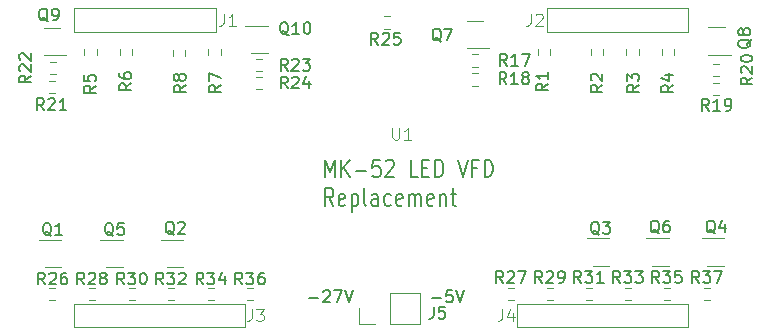
<source format=gbr>
%TF.GenerationSoftware,KiCad,Pcbnew,7.99.0-3522-gc5520b3eef-dirty*%
%TF.CreationDate,2023-11-19T21:35:00+00:00*%
%TF.ProjectId,VFD Replacement,56464420-5265-4706-9c61-63656d656e74,rev?*%
%TF.SameCoordinates,Original*%
%TF.FileFunction,Legend,Top*%
%TF.FilePolarity,Positive*%
%FSLAX46Y46*%
G04 Gerber Fmt 4.6, Leading zero omitted, Abs format (unit mm)*
G04 Created by KiCad (PCBNEW 7.99.0-3522-gc5520b3eef-dirty) date 2023-11-19 21:35:00*
%MOMM*%
%LPD*%
G01*
G04 APERTURE LIST*
%ADD10C,0.150000*%
%ADD11C,0.100000*%
%ADD12C,0.120000*%
G04 APERTURE END LIST*
D10*
X152284398Y-57493712D02*
X152284398Y-55993712D01*
X152284398Y-55993712D02*
X152684398Y-57065141D01*
X152684398Y-57065141D02*
X153084398Y-55993712D01*
X153084398Y-55993712D02*
X153084398Y-57493712D01*
X153655827Y-57493712D02*
X153655827Y-55993712D01*
X154341541Y-57493712D02*
X153827255Y-56636569D01*
X154341541Y-55993712D02*
X153655827Y-56850855D01*
X154855827Y-56922284D02*
X155770113Y-56922284D01*
X156912969Y-55993712D02*
X156341541Y-55993712D01*
X156341541Y-55993712D02*
X156284398Y-56707998D01*
X156284398Y-56707998D02*
X156341541Y-56636569D01*
X156341541Y-56636569D02*
X156455827Y-56565141D01*
X156455827Y-56565141D02*
X156741541Y-56565141D01*
X156741541Y-56565141D02*
X156855827Y-56636569D01*
X156855827Y-56636569D02*
X156912969Y-56707998D01*
X156912969Y-56707998D02*
X156970112Y-56850855D01*
X156970112Y-56850855D02*
X156970112Y-57207998D01*
X156970112Y-57207998D02*
X156912969Y-57350855D01*
X156912969Y-57350855D02*
X156855827Y-57422284D01*
X156855827Y-57422284D02*
X156741541Y-57493712D01*
X156741541Y-57493712D02*
X156455827Y-57493712D01*
X156455827Y-57493712D02*
X156341541Y-57422284D01*
X156341541Y-57422284D02*
X156284398Y-57350855D01*
X157427255Y-56136569D02*
X157484398Y-56065141D01*
X157484398Y-56065141D02*
X157598684Y-55993712D01*
X157598684Y-55993712D02*
X157884398Y-55993712D01*
X157884398Y-55993712D02*
X157998684Y-56065141D01*
X157998684Y-56065141D02*
X158055826Y-56136569D01*
X158055826Y-56136569D02*
X158112969Y-56279426D01*
X158112969Y-56279426D02*
X158112969Y-56422284D01*
X158112969Y-56422284D02*
X158055826Y-56636569D01*
X158055826Y-56636569D02*
X157370112Y-57493712D01*
X157370112Y-57493712D02*
X158112969Y-57493712D01*
X160112969Y-57493712D02*
X159541541Y-57493712D01*
X159541541Y-57493712D02*
X159541541Y-55993712D01*
X160512970Y-56707998D02*
X160912970Y-56707998D01*
X161084398Y-57493712D02*
X160512970Y-57493712D01*
X160512970Y-57493712D02*
X160512970Y-55993712D01*
X160512970Y-55993712D02*
X161084398Y-55993712D01*
X161598684Y-57493712D02*
X161598684Y-55993712D01*
X161598684Y-55993712D02*
X161884398Y-55993712D01*
X161884398Y-55993712D02*
X162055827Y-56065141D01*
X162055827Y-56065141D02*
X162170112Y-56207998D01*
X162170112Y-56207998D02*
X162227255Y-56350855D01*
X162227255Y-56350855D02*
X162284398Y-56636569D01*
X162284398Y-56636569D02*
X162284398Y-56850855D01*
X162284398Y-56850855D02*
X162227255Y-57136569D01*
X162227255Y-57136569D02*
X162170112Y-57279426D01*
X162170112Y-57279426D02*
X162055827Y-57422284D01*
X162055827Y-57422284D02*
X161884398Y-57493712D01*
X161884398Y-57493712D02*
X161598684Y-57493712D01*
X163541541Y-55993712D02*
X163941541Y-57493712D01*
X163941541Y-57493712D02*
X164341541Y-55993712D01*
X165141541Y-56707998D02*
X164741541Y-56707998D01*
X164741541Y-57493712D02*
X164741541Y-55993712D01*
X164741541Y-55993712D02*
X165312969Y-55993712D01*
X165770112Y-57493712D02*
X165770112Y-55993712D01*
X165770112Y-55993712D02*
X166055826Y-55993712D01*
X166055826Y-55993712D02*
X166227255Y-56065141D01*
X166227255Y-56065141D02*
X166341540Y-56207998D01*
X166341540Y-56207998D02*
X166398683Y-56350855D01*
X166398683Y-56350855D02*
X166455826Y-56636569D01*
X166455826Y-56636569D02*
X166455826Y-56850855D01*
X166455826Y-56850855D02*
X166398683Y-57136569D01*
X166398683Y-57136569D02*
X166341540Y-57279426D01*
X166341540Y-57279426D02*
X166227255Y-57422284D01*
X166227255Y-57422284D02*
X166055826Y-57493712D01*
X166055826Y-57493712D02*
X165770112Y-57493712D01*
X152970112Y-59908628D02*
X152570112Y-59194342D01*
X152284398Y-59908628D02*
X152284398Y-58408628D01*
X152284398Y-58408628D02*
X152741541Y-58408628D01*
X152741541Y-58408628D02*
X152855826Y-58480057D01*
X152855826Y-58480057D02*
X152912969Y-58551485D01*
X152912969Y-58551485D02*
X152970112Y-58694342D01*
X152970112Y-58694342D02*
X152970112Y-58908628D01*
X152970112Y-58908628D02*
X152912969Y-59051485D01*
X152912969Y-59051485D02*
X152855826Y-59122914D01*
X152855826Y-59122914D02*
X152741541Y-59194342D01*
X152741541Y-59194342D02*
X152284398Y-59194342D01*
X153941541Y-59837200D02*
X153827255Y-59908628D01*
X153827255Y-59908628D02*
X153598684Y-59908628D01*
X153598684Y-59908628D02*
X153484398Y-59837200D01*
X153484398Y-59837200D02*
X153427255Y-59694342D01*
X153427255Y-59694342D02*
X153427255Y-59122914D01*
X153427255Y-59122914D02*
X153484398Y-58980057D01*
X153484398Y-58980057D02*
X153598684Y-58908628D01*
X153598684Y-58908628D02*
X153827255Y-58908628D01*
X153827255Y-58908628D02*
X153941541Y-58980057D01*
X153941541Y-58980057D02*
X153998684Y-59122914D01*
X153998684Y-59122914D02*
X153998684Y-59265771D01*
X153998684Y-59265771D02*
X153427255Y-59408628D01*
X154512969Y-58908628D02*
X154512969Y-60408628D01*
X154512969Y-58980057D02*
X154627255Y-58908628D01*
X154627255Y-58908628D02*
X154855826Y-58908628D01*
X154855826Y-58908628D02*
X154970112Y-58980057D01*
X154970112Y-58980057D02*
X155027255Y-59051485D01*
X155027255Y-59051485D02*
X155084397Y-59194342D01*
X155084397Y-59194342D02*
X155084397Y-59622914D01*
X155084397Y-59622914D02*
X155027255Y-59765771D01*
X155027255Y-59765771D02*
X154970112Y-59837200D01*
X154970112Y-59837200D02*
X154855826Y-59908628D01*
X154855826Y-59908628D02*
X154627255Y-59908628D01*
X154627255Y-59908628D02*
X154512969Y-59837200D01*
X155770111Y-59908628D02*
X155655826Y-59837200D01*
X155655826Y-59837200D02*
X155598683Y-59694342D01*
X155598683Y-59694342D02*
X155598683Y-58408628D01*
X156741540Y-59908628D02*
X156741540Y-59122914D01*
X156741540Y-59122914D02*
X156684397Y-58980057D01*
X156684397Y-58980057D02*
X156570111Y-58908628D01*
X156570111Y-58908628D02*
X156341540Y-58908628D01*
X156341540Y-58908628D02*
X156227254Y-58980057D01*
X156741540Y-59837200D02*
X156627254Y-59908628D01*
X156627254Y-59908628D02*
X156341540Y-59908628D01*
X156341540Y-59908628D02*
X156227254Y-59837200D01*
X156227254Y-59837200D02*
X156170111Y-59694342D01*
X156170111Y-59694342D02*
X156170111Y-59551485D01*
X156170111Y-59551485D02*
X156227254Y-59408628D01*
X156227254Y-59408628D02*
X156341540Y-59337200D01*
X156341540Y-59337200D02*
X156627254Y-59337200D01*
X156627254Y-59337200D02*
X156741540Y-59265771D01*
X157827254Y-59837200D02*
X157712968Y-59908628D01*
X157712968Y-59908628D02*
X157484396Y-59908628D01*
X157484396Y-59908628D02*
X157370111Y-59837200D01*
X157370111Y-59837200D02*
X157312968Y-59765771D01*
X157312968Y-59765771D02*
X157255825Y-59622914D01*
X157255825Y-59622914D02*
X157255825Y-59194342D01*
X157255825Y-59194342D02*
X157312968Y-59051485D01*
X157312968Y-59051485D02*
X157370111Y-58980057D01*
X157370111Y-58980057D02*
X157484396Y-58908628D01*
X157484396Y-58908628D02*
X157712968Y-58908628D01*
X157712968Y-58908628D02*
X157827254Y-58980057D01*
X158798682Y-59837200D02*
X158684396Y-59908628D01*
X158684396Y-59908628D02*
X158455825Y-59908628D01*
X158455825Y-59908628D02*
X158341539Y-59837200D01*
X158341539Y-59837200D02*
X158284396Y-59694342D01*
X158284396Y-59694342D02*
X158284396Y-59122914D01*
X158284396Y-59122914D02*
X158341539Y-58980057D01*
X158341539Y-58980057D02*
X158455825Y-58908628D01*
X158455825Y-58908628D02*
X158684396Y-58908628D01*
X158684396Y-58908628D02*
X158798682Y-58980057D01*
X158798682Y-58980057D02*
X158855825Y-59122914D01*
X158855825Y-59122914D02*
X158855825Y-59265771D01*
X158855825Y-59265771D02*
X158284396Y-59408628D01*
X159370110Y-59908628D02*
X159370110Y-58908628D01*
X159370110Y-59051485D02*
X159427253Y-58980057D01*
X159427253Y-58980057D02*
X159541538Y-58908628D01*
X159541538Y-58908628D02*
X159712967Y-58908628D01*
X159712967Y-58908628D02*
X159827253Y-58980057D01*
X159827253Y-58980057D02*
X159884396Y-59122914D01*
X159884396Y-59122914D02*
X159884396Y-59908628D01*
X159884396Y-59122914D02*
X159941538Y-58980057D01*
X159941538Y-58980057D02*
X160055824Y-58908628D01*
X160055824Y-58908628D02*
X160227253Y-58908628D01*
X160227253Y-58908628D02*
X160341538Y-58980057D01*
X160341538Y-58980057D02*
X160398681Y-59122914D01*
X160398681Y-59122914D02*
X160398681Y-59908628D01*
X161427253Y-59837200D02*
X161312967Y-59908628D01*
X161312967Y-59908628D02*
X161084396Y-59908628D01*
X161084396Y-59908628D02*
X160970110Y-59837200D01*
X160970110Y-59837200D02*
X160912967Y-59694342D01*
X160912967Y-59694342D02*
X160912967Y-59122914D01*
X160912967Y-59122914D02*
X160970110Y-58980057D01*
X160970110Y-58980057D02*
X161084396Y-58908628D01*
X161084396Y-58908628D02*
X161312967Y-58908628D01*
X161312967Y-58908628D02*
X161427253Y-58980057D01*
X161427253Y-58980057D02*
X161484396Y-59122914D01*
X161484396Y-59122914D02*
X161484396Y-59265771D01*
X161484396Y-59265771D02*
X160912967Y-59408628D01*
X161998681Y-58908628D02*
X161998681Y-59908628D01*
X161998681Y-59051485D02*
X162055824Y-58980057D01*
X162055824Y-58980057D02*
X162170109Y-58908628D01*
X162170109Y-58908628D02*
X162341538Y-58908628D01*
X162341538Y-58908628D02*
X162455824Y-58980057D01*
X162455824Y-58980057D02*
X162512967Y-59122914D01*
X162512967Y-59122914D02*
X162512967Y-59908628D01*
X162912966Y-58908628D02*
X163370109Y-58908628D01*
X163084395Y-58408628D02*
X163084395Y-59694342D01*
X163084395Y-59694342D02*
X163141538Y-59837200D01*
X163141538Y-59837200D02*
X163255823Y-59908628D01*
X163255823Y-59908628D02*
X163370109Y-59908628D01*
X161336779Y-67688866D02*
X162098684Y-67688866D01*
X163051064Y-67069819D02*
X162574874Y-67069819D01*
X162574874Y-67069819D02*
X162527255Y-67546009D01*
X162527255Y-67546009D02*
X162574874Y-67498390D01*
X162574874Y-67498390D02*
X162670112Y-67450771D01*
X162670112Y-67450771D02*
X162908207Y-67450771D01*
X162908207Y-67450771D02*
X163003445Y-67498390D01*
X163003445Y-67498390D02*
X163051064Y-67546009D01*
X163051064Y-67546009D02*
X163098683Y-67641247D01*
X163098683Y-67641247D02*
X163098683Y-67879342D01*
X163098683Y-67879342D02*
X163051064Y-67974580D01*
X163051064Y-67974580D02*
X163003445Y-68022200D01*
X163003445Y-68022200D02*
X162908207Y-68069819D01*
X162908207Y-68069819D02*
X162670112Y-68069819D01*
X162670112Y-68069819D02*
X162574874Y-68022200D01*
X162574874Y-68022200D02*
X162527255Y-67974580D01*
X163384398Y-67069819D02*
X163717731Y-68069819D01*
X163717731Y-68069819D02*
X164051064Y-67069819D01*
X150936779Y-67688866D02*
X151698684Y-67688866D01*
X152127255Y-67165057D02*
X152174874Y-67117438D01*
X152174874Y-67117438D02*
X152270112Y-67069819D01*
X152270112Y-67069819D02*
X152508207Y-67069819D01*
X152508207Y-67069819D02*
X152603445Y-67117438D01*
X152603445Y-67117438D02*
X152651064Y-67165057D01*
X152651064Y-67165057D02*
X152698683Y-67260295D01*
X152698683Y-67260295D02*
X152698683Y-67355533D01*
X152698683Y-67355533D02*
X152651064Y-67498390D01*
X152651064Y-67498390D02*
X152079636Y-68069819D01*
X152079636Y-68069819D02*
X152698683Y-68069819D01*
X153032017Y-67069819D02*
X153698683Y-67069819D01*
X153698683Y-67069819D02*
X153270112Y-68069819D01*
X153936779Y-67069819D02*
X154270112Y-68069819D01*
X154270112Y-68069819D02*
X154603445Y-67069819D01*
X134354761Y-62450057D02*
X134259523Y-62402438D01*
X134259523Y-62402438D02*
X134164285Y-62307200D01*
X134164285Y-62307200D02*
X134021428Y-62164342D01*
X134021428Y-62164342D02*
X133926190Y-62116723D01*
X133926190Y-62116723D02*
X133830952Y-62116723D01*
X133878571Y-62354819D02*
X133783333Y-62307200D01*
X133783333Y-62307200D02*
X133688095Y-62211961D01*
X133688095Y-62211961D02*
X133640476Y-62021485D01*
X133640476Y-62021485D02*
X133640476Y-61688152D01*
X133640476Y-61688152D02*
X133688095Y-61497676D01*
X133688095Y-61497676D02*
X133783333Y-61402438D01*
X133783333Y-61402438D02*
X133878571Y-61354819D01*
X133878571Y-61354819D02*
X134069047Y-61354819D01*
X134069047Y-61354819D02*
X134164285Y-61402438D01*
X134164285Y-61402438D02*
X134259523Y-61497676D01*
X134259523Y-61497676D02*
X134307142Y-61688152D01*
X134307142Y-61688152D02*
X134307142Y-62021485D01*
X134307142Y-62021485D02*
X134259523Y-62211961D01*
X134259523Y-62211961D02*
X134164285Y-62307200D01*
X134164285Y-62307200D02*
X134069047Y-62354819D01*
X134069047Y-62354819D02*
X133878571Y-62354819D01*
X135211904Y-61354819D02*
X134735714Y-61354819D01*
X134735714Y-61354819D02*
X134688095Y-61831009D01*
X134688095Y-61831009D02*
X134735714Y-61783390D01*
X134735714Y-61783390D02*
X134830952Y-61735771D01*
X134830952Y-61735771D02*
X135069047Y-61735771D01*
X135069047Y-61735771D02*
X135164285Y-61783390D01*
X135164285Y-61783390D02*
X135211904Y-61831009D01*
X135211904Y-61831009D02*
X135259523Y-61926247D01*
X135259523Y-61926247D02*
X135259523Y-62164342D01*
X135259523Y-62164342D02*
X135211904Y-62259580D01*
X135211904Y-62259580D02*
X135164285Y-62307200D01*
X135164285Y-62307200D02*
X135069047Y-62354819D01*
X135069047Y-62354819D02*
X134830952Y-62354819D01*
X134830952Y-62354819D02*
X134735714Y-62307200D01*
X134735714Y-62307200D02*
X134688095Y-62259580D01*
X180557142Y-66424819D02*
X180223809Y-65948628D01*
X179985714Y-66424819D02*
X179985714Y-65424819D01*
X179985714Y-65424819D02*
X180366666Y-65424819D01*
X180366666Y-65424819D02*
X180461904Y-65472438D01*
X180461904Y-65472438D02*
X180509523Y-65520057D01*
X180509523Y-65520057D02*
X180557142Y-65615295D01*
X180557142Y-65615295D02*
X180557142Y-65758152D01*
X180557142Y-65758152D02*
X180509523Y-65853390D01*
X180509523Y-65853390D02*
X180461904Y-65901009D01*
X180461904Y-65901009D02*
X180366666Y-65948628D01*
X180366666Y-65948628D02*
X179985714Y-65948628D01*
X180890476Y-65424819D02*
X181509523Y-65424819D01*
X181509523Y-65424819D02*
X181176190Y-65805771D01*
X181176190Y-65805771D02*
X181319047Y-65805771D01*
X181319047Y-65805771D02*
X181414285Y-65853390D01*
X181414285Y-65853390D02*
X181461904Y-65901009D01*
X181461904Y-65901009D02*
X181509523Y-65996247D01*
X181509523Y-65996247D02*
X181509523Y-66234342D01*
X181509523Y-66234342D02*
X181461904Y-66329580D01*
X181461904Y-66329580D02*
X181414285Y-66377200D01*
X181414285Y-66377200D02*
X181319047Y-66424819D01*
X181319047Y-66424819D02*
X181033333Y-66424819D01*
X181033333Y-66424819D02*
X180938095Y-66377200D01*
X180938095Y-66377200D02*
X180890476Y-66329580D01*
X182414285Y-65424819D02*
X181938095Y-65424819D01*
X181938095Y-65424819D02*
X181890476Y-65901009D01*
X181890476Y-65901009D02*
X181938095Y-65853390D01*
X181938095Y-65853390D02*
X182033333Y-65805771D01*
X182033333Y-65805771D02*
X182271428Y-65805771D01*
X182271428Y-65805771D02*
X182366666Y-65853390D01*
X182366666Y-65853390D02*
X182414285Y-65901009D01*
X182414285Y-65901009D02*
X182461904Y-65996247D01*
X182461904Y-65996247D02*
X182461904Y-66234342D01*
X182461904Y-66234342D02*
X182414285Y-66329580D01*
X182414285Y-66329580D02*
X182366666Y-66377200D01*
X182366666Y-66377200D02*
X182271428Y-66424819D01*
X182271428Y-66424819D02*
X182033333Y-66424819D01*
X182033333Y-66424819D02*
X181938095Y-66377200D01*
X181938095Y-66377200D02*
X181890476Y-66329580D01*
X167632142Y-49604819D02*
X167298809Y-49128628D01*
X167060714Y-49604819D02*
X167060714Y-48604819D01*
X167060714Y-48604819D02*
X167441666Y-48604819D01*
X167441666Y-48604819D02*
X167536904Y-48652438D01*
X167536904Y-48652438D02*
X167584523Y-48700057D01*
X167584523Y-48700057D02*
X167632142Y-48795295D01*
X167632142Y-48795295D02*
X167632142Y-48938152D01*
X167632142Y-48938152D02*
X167584523Y-49033390D01*
X167584523Y-49033390D02*
X167536904Y-49081009D01*
X167536904Y-49081009D02*
X167441666Y-49128628D01*
X167441666Y-49128628D02*
X167060714Y-49128628D01*
X168584523Y-49604819D02*
X168013095Y-49604819D01*
X168298809Y-49604819D02*
X168298809Y-48604819D01*
X168298809Y-48604819D02*
X168203571Y-48747676D01*
X168203571Y-48747676D02*
X168108333Y-48842914D01*
X168108333Y-48842914D02*
X168013095Y-48890533D01*
X169155952Y-49033390D02*
X169060714Y-48985771D01*
X169060714Y-48985771D02*
X169013095Y-48938152D01*
X169013095Y-48938152D02*
X168965476Y-48842914D01*
X168965476Y-48842914D02*
X168965476Y-48795295D01*
X168965476Y-48795295D02*
X169013095Y-48700057D01*
X169013095Y-48700057D02*
X169060714Y-48652438D01*
X169060714Y-48652438D02*
X169155952Y-48604819D01*
X169155952Y-48604819D02*
X169346428Y-48604819D01*
X169346428Y-48604819D02*
X169441666Y-48652438D01*
X169441666Y-48652438D02*
X169489285Y-48700057D01*
X169489285Y-48700057D02*
X169536904Y-48795295D01*
X169536904Y-48795295D02*
X169536904Y-48842914D01*
X169536904Y-48842914D02*
X169489285Y-48938152D01*
X169489285Y-48938152D02*
X169441666Y-48985771D01*
X169441666Y-48985771D02*
X169346428Y-49033390D01*
X169346428Y-49033390D02*
X169155952Y-49033390D01*
X169155952Y-49033390D02*
X169060714Y-49081009D01*
X169060714Y-49081009D02*
X169013095Y-49128628D01*
X169013095Y-49128628D02*
X168965476Y-49223866D01*
X168965476Y-49223866D02*
X168965476Y-49414342D01*
X168965476Y-49414342D02*
X169013095Y-49509580D01*
X169013095Y-49509580D02*
X169060714Y-49557200D01*
X169060714Y-49557200D02*
X169155952Y-49604819D01*
X169155952Y-49604819D02*
X169346428Y-49604819D01*
X169346428Y-49604819D02*
X169441666Y-49557200D01*
X169441666Y-49557200D02*
X169489285Y-49509580D01*
X169489285Y-49509580D02*
X169536904Y-49414342D01*
X169536904Y-49414342D02*
X169536904Y-49223866D01*
X169536904Y-49223866D02*
X169489285Y-49128628D01*
X169489285Y-49128628D02*
X169441666Y-49081009D01*
X169441666Y-49081009D02*
X169346428Y-49033390D01*
X171154819Y-49566666D02*
X170678628Y-49899999D01*
X171154819Y-50138094D02*
X170154819Y-50138094D01*
X170154819Y-50138094D02*
X170154819Y-49757142D01*
X170154819Y-49757142D02*
X170202438Y-49661904D01*
X170202438Y-49661904D02*
X170250057Y-49614285D01*
X170250057Y-49614285D02*
X170345295Y-49566666D01*
X170345295Y-49566666D02*
X170488152Y-49566666D01*
X170488152Y-49566666D02*
X170583390Y-49614285D01*
X170583390Y-49614285D02*
X170631009Y-49661904D01*
X170631009Y-49661904D02*
X170678628Y-49757142D01*
X170678628Y-49757142D02*
X170678628Y-50138094D01*
X171154819Y-48614285D02*
X171154819Y-49185713D01*
X171154819Y-48899999D02*
X170154819Y-48899999D01*
X170154819Y-48899999D02*
X170297676Y-48995237D01*
X170297676Y-48995237D02*
X170392914Y-49090475D01*
X170392914Y-49090475D02*
X170440533Y-49185713D01*
D11*
X146066666Y-68657419D02*
X146066666Y-69371704D01*
X146066666Y-69371704D02*
X146019047Y-69514561D01*
X146019047Y-69514561D02*
X145923809Y-69609800D01*
X145923809Y-69609800D02*
X145780952Y-69657419D01*
X145780952Y-69657419D02*
X145685714Y-69657419D01*
X146447619Y-68657419D02*
X147066666Y-68657419D01*
X147066666Y-68657419D02*
X146733333Y-69038371D01*
X146733333Y-69038371D02*
X146876190Y-69038371D01*
X146876190Y-69038371D02*
X146971428Y-69085990D01*
X146971428Y-69085990D02*
X147019047Y-69133609D01*
X147019047Y-69133609D02*
X147066666Y-69228847D01*
X147066666Y-69228847D02*
X147066666Y-69466942D01*
X147066666Y-69466942D02*
X147019047Y-69562180D01*
X147019047Y-69562180D02*
X146971428Y-69609800D01*
X146971428Y-69609800D02*
X146876190Y-69657419D01*
X146876190Y-69657419D02*
X146590476Y-69657419D01*
X146590476Y-69657419D02*
X146495238Y-69609800D01*
X146495238Y-69609800D02*
X146447619Y-69562180D01*
D10*
X128457142Y-51804819D02*
X128123809Y-51328628D01*
X127885714Y-51804819D02*
X127885714Y-50804819D01*
X127885714Y-50804819D02*
X128266666Y-50804819D01*
X128266666Y-50804819D02*
X128361904Y-50852438D01*
X128361904Y-50852438D02*
X128409523Y-50900057D01*
X128409523Y-50900057D02*
X128457142Y-50995295D01*
X128457142Y-50995295D02*
X128457142Y-51138152D01*
X128457142Y-51138152D02*
X128409523Y-51233390D01*
X128409523Y-51233390D02*
X128361904Y-51281009D01*
X128361904Y-51281009D02*
X128266666Y-51328628D01*
X128266666Y-51328628D02*
X127885714Y-51328628D01*
X128838095Y-50900057D02*
X128885714Y-50852438D01*
X128885714Y-50852438D02*
X128980952Y-50804819D01*
X128980952Y-50804819D02*
X129219047Y-50804819D01*
X129219047Y-50804819D02*
X129314285Y-50852438D01*
X129314285Y-50852438D02*
X129361904Y-50900057D01*
X129361904Y-50900057D02*
X129409523Y-50995295D01*
X129409523Y-50995295D02*
X129409523Y-51090533D01*
X129409523Y-51090533D02*
X129361904Y-51233390D01*
X129361904Y-51233390D02*
X128790476Y-51804819D01*
X128790476Y-51804819D02*
X129409523Y-51804819D01*
X130361904Y-51804819D02*
X129790476Y-51804819D01*
X130076190Y-51804819D02*
X130076190Y-50804819D01*
X130076190Y-50804819D02*
X129980952Y-50947676D01*
X129980952Y-50947676D02*
X129885714Y-51042914D01*
X129885714Y-51042914D02*
X129790476Y-51090533D01*
X185304761Y-62250057D02*
X185209523Y-62202438D01*
X185209523Y-62202438D02*
X185114285Y-62107200D01*
X185114285Y-62107200D02*
X184971428Y-61964342D01*
X184971428Y-61964342D02*
X184876190Y-61916723D01*
X184876190Y-61916723D02*
X184780952Y-61916723D01*
X184828571Y-62154819D02*
X184733333Y-62107200D01*
X184733333Y-62107200D02*
X184638095Y-62011961D01*
X184638095Y-62011961D02*
X184590476Y-61821485D01*
X184590476Y-61821485D02*
X184590476Y-61488152D01*
X184590476Y-61488152D02*
X184638095Y-61297676D01*
X184638095Y-61297676D02*
X184733333Y-61202438D01*
X184733333Y-61202438D02*
X184828571Y-61154819D01*
X184828571Y-61154819D02*
X185019047Y-61154819D01*
X185019047Y-61154819D02*
X185114285Y-61202438D01*
X185114285Y-61202438D02*
X185209523Y-61297676D01*
X185209523Y-61297676D02*
X185257142Y-61488152D01*
X185257142Y-61488152D02*
X185257142Y-61821485D01*
X185257142Y-61821485D02*
X185209523Y-62011961D01*
X185209523Y-62011961D02*
X185114285Y-62107200D01*
X185114285Y-62107200D02*
X185019047Y-62154819D01*
X185019047Y-62154819D02*
X184828571Y-62154819D01*
X186114285Y-61488152D02*
X186114285Y-62154819D01*
X185876190Y-61107200D02*
X185638095Y-61821485D01*
X185638095Y-61821485D02*
X186257142Y-61821485D01*
X145257142Y-66554819D02*
X144923809Y-66078628D01*
X144685714Y-66554819D02*
X144685714Y-65554819D01*
X144685714Y-65554819D02*
X145066666Y-65554819D01*
X145066666Y-65554819D02*
X145161904Y-65602438D01*
X145161904Y-65602438D02*
X145209523Y-65650057D01*
X145209523Y-65650057D02*
X145257142Y-65745295D01*
X145257142Y-65745295D02*
X145257142Y-65888152D01*
X145257142Y-65888152D02*
X145209523Y-65983390D01*
X145209523Y-65983390D02*
X145161904Y-66031009D01*
X145161904Y-66031009D02*
X145066666Y-66078628D01*
X145066666Y-66078628D02*
X144685714Y-66078628D01*
X145590476Y-65554819D02*
X146209523Y-65554819D01*
X146209523Y-65554819D02*
X145876190Y-65935771D01*
X145876190Y-65935771D02*
X146019047Y-65935771D01*
X146019047Y-65935771D02*
X146114285Y-65983390D01*
X146114285Y-65983390D02*
X146161904Y-66031009D01*
X146161904Y-66031009D02*
X146209523Y-66126247D01*
X146209523Y-66126247D02*
X146209523Y-66364342D01*
X146209523Y-66364342D02*
X146161904Y-66459580D01*
X146161904Y-66459580D02*
X146114285Y-66507200D01*
X146114285Y-66507200D02*
X146019047Y-66554819D01*
X146019047Y-66554819D02*
X145733333Y-66554819D01*
X145733333Y-66554819D02*
X145638095Y-66507200D01*
X145638095Y-66507200D02*
X145590476Y-66459580D01*
X147066666Y-65554819D02*
X146876190Y-65554819D01*
X146876190Y-65554819D02*
X146780952Y-65602438D01*
X146780952Y-65602438D02*
X146733333Y-65650057D01*
X146733333Y-65650057D02*
X146638095Y-65792914D01*
X146638095Y-65792914D02*
X146590476Y-65983390D01*
X146590476Y-65983390D02*
X146590476Y-66364342D01*
X146590476Y-66364342D02*
X146638095Y-66459580D01*
X146638095Y-66459580D02*
X146685714Y-66507200D01*
X146685714Y-66507200D02*
X146780952Y-66554819D01*
X146780952Y-66554819D02*
X146971428Y-66554819D01*
X146971428Y-66554819D02*
X147066666Y-66507200D01*
X147066666Y-66507200D02*
X147114285Y-66459580D01*
X147114285Y-66459580D02*
X147161904Y-66364342D01*
X147161904Y-66364342D02*
X147161904Y-66126247D01*
X147161904Y-66126247D02*
X147114285Y-66031009D01*
X147114285Y-66031009D02*
X147066666Y-65983390D01*
X147066666Y-65983390D02*
X146971428Y-65935771D01*
X146971428Y-65935771D02*
X146780952Y-65935771D01*
X146780952Y-65935771D02*
X146685714Y-65983390D01*
X146685714Y-65983390D02*
X146638095Y-66031009D01*
X146638095Y-66031009D02*
X146590476Y-66126247D01*
X138569642Y-66554819D02*
X138236309Y-66078628D01*
X137998214Y-66554819D02*
X137998214Y-65554819D01*
X137998214Y-65554819D02*
X138379166Y-65554819D01*
X138379166Y-65554819D02*
X138474404Y-65602438D01*
X138474404Y-65602438D02*
X138522023Y-65650057D01*
X138522023Y-65650057D02*
X138569642Y-65745295D01*
X138569642Y-65745295D02*
X138569642Y-65888152D01*
X138569642Y-65888152D02*
X138522023Y-65983390D01*
X138522023Y-65983390D02*
X138474404Y-66031009D01*
X138474404Y-66031009D02*
X138379166Y-66078628D01*
X138379166Y-66078628D02*
X137998214Y-66078628D01*
X138902976Y-65554819D02*
X139522023Y-65554819D01*
X139522023Y-65554819D02*
X139188690Y-65935771D01*
X139188690Y-65935771D02*
X139331547Y-65935771D01*
X139331547Y-65935771D02*
X139426785Y-65983390D01*
X139426785Y-65983390D02*
X139474404Y-66031009D01*
X139474404Y-66031009D02*
X139522023Y-66126247D01*
X139522023Y-66126247D02*
X139522023Y-66364342D01*
X139522023Y-66364342D02*
X139474404Y-66459580D01*
X139474404Y-66459580D02*
X139426785Y-66507200D01*
X139426785Y-66507200D02*
X139331547Y-66554819D01*
X139331547Y-66554819D02*
X139045833Y-66554819D01*
X139045833Y-66554819D02*
X138950595Y-66507200D01*
X138950595Y-66507200D02*
X138902976Y-66459580D01*
X139902976Y-65650057D02*
X139950595Y-65602438D01*
X139950595Y-65602438D02*
X140045833Y-65554819D01*
X140045833Y-65554819D02*
X140283928Y-65554819D01*
X140283928Y-65554819D02*
X140379166Y-65602438D01*
X140379166Y-65602438D02*
X140426785Y-65650057D01*
X140426785Y-65650057D02*
X140474404Y-65745295D01*
X140474404Y-65745295D02*
X140474404Y-65840533D01*
X140474404Y-65840533D02*
X140426785Y-65983390D01*
X140426785Y-65983390D02*
X139855357Y-66554819D01*
X139855357Y-66554819D02*
X140474404Y-66554819D01*
X162092261Y-46000057D02*
X161997023Y-45952438D01*
X161997023Y-45952438D02*
X161901785Y-45857200D01*
X161901785Y-45857200D02*
X161758928Y-45714342D01*
X161758928Y-45714342D02*
X161663690Y-45666723D01*
X161663690Y-45666723D02*
X161568452Y-45666723D01*
X161616071Y-45904819D02*
X161520833Y-45857200D01*
X161520833Y-45857200D02*
X161425595Y-45761961D01*
X161425595Y-45761961D02*
X161377976Y-45571485D01*
X161377976Y-45571485D02*
X161377976Y-45238152D01*
X161377976Y-45238152D02*
X161425595Y-45047676D01*
X161425595Y-45047676D02*
X161520833Y-44952438D01*
X161520833Y-44952438D02*
X161616071Y-44904819D01*
X161616071Y-44904819D02*
X161806547Y-44904819D01*
X161806547Y-44904819D02*
X161901785Y-44952438D01*
X161901785Y-44952438D02*
X161997023Y-45047676D01*
X161997023Y-45047676D02*
X162044642Y-45238152D01*
X162044642Y-45238152D02*
X162044642Y-45571485D01*
X162044642Y-45571485D02*
X161997023Y-45761961D01*
X161997023Y-45761961D02*
X161901785Y-45857200D01*
X161901785Y-45857200D02*
X161806547Y-45904819D01*
X161806547Y-45904819D02*
X161616071Y-45904819D01*
X162377976Y-44904819D02*
X163044642Y-44904819D01*
X163044642Y-44904819D02*
X162616071Y-45904819D01*
X188454819Y-49042857D02*
X187978628Y-49376190D01*
X188454819Y-49614285D02*
X187454819Y-49614285D01*
X187454819Y-49614285D02*
X187454819Y-49233333D01*
X187454819Y-49233333D02*
X187502438Y-49138095D01*
X187502438Y-49138095D02*
X187550057Y-49090476D01*
X187550057Y-49090476D02*
X187645295Y-49042857D01*
X187645295Y-49042857D02*
X187788152Y-49042857D01*
X187788152Y-49042857D02*
X187883390Y-49090476D01*
X187883390Y-49090476D02*
X187931009Y-49138095D01*
X187931009Y-49138095D02*
X187978628Y-49233333D01*
X187978628Y-49233333D02*
X187978628Y-49614285D01*
X187550057Y-48661904D02*
X187502438Y-48614285D01*
X187502438Y-48614285D02*
X187454819Y-48519047D01*
X187454819Y-48519047D02*
X187454819Y-48280952D01*
X187454819Y-48280952D02*
X187502438Y-48185714D01*
X187502438Y-48185714D02*
X187550057Y-48138095D01*
X187550057Y-48138095D02*
X187645295Y-48090476D01*
X187645295Y-48090476D02*
X187740533Y-48090476D01*
X187740533Y-48090476D02*
X187883390Y-48138095D01*
X187883390Y-48138095D02*
X188454819Y-48709523D01*
X188454819Y-48709523D02*
X188454819Y-48090476D01*
X187454819Y-47471428D02*
X187454819Y-47376190D01*
X187454819Y-47376190D02*
X187502438Y-47280952D01*
X187502438Y-47280952D02*
X187550057Y-47233333D01*
X187550057Y-47233333D02*
X187645295Y-47185714D01*
X187645295Y-47185714D02*
X187835771Y-47138095D01*
X187835771Y-47138095D02*
X188073866Y-47138095D01*
X188073866Y-47138095D02*
X188264342Y-47185714D01*
X188264342Y-47185714D02*
X188359580Y-47233333D01*
X188359580Y-47233333D02*
X188407200Y-47280952D01*
X188407200Y-47280952D02*
X188454819Y-47376190D01*
X188454819Y-47376190D02*
X188454819Y-47471428D01*
X188454819Y-47471428D02*
X188407200Y-47566666D01*
X188407200Y-47566666D02*
X188359580Y-47614285D01*
X188359580Y-47614285D02*
X188264342Y-47661904D01*
X188264342Y-47661904D02*
X188073866Y-47709523D01*
X188073866Y-47709523D02*
X187835771Y-47709523D01*
X187835771Y-47709523D02*
X187645295Y-47661904D01*
X187645295Y-47661904D02*
X187550057Y-47614285D01*
X187550057Y-47614285D02*
X187502438Y-47566666D01*
X187502438Y-47566666D02*
X187454819Y-47471428D01*
X149094642Y-49967319D02*
X148761309Y-49491128D01*
X148523214Y-49967319D02*
X148523214Y-48967319D01*
X148523214Y-48967319D02*
X148904166Y-48967319D01*
X148904166Y-48967319D02*
X148999404Y-49014938D01*
X148999404Y-49014938D02*
X149047023Y-49062557D01*
X149047023Y-49062557D02*
X149094642Y-49157795D01*
X149094642Y-49157795D02*
X149094642Y-49300652D01*
X149094642Y-49300652D02*
X149047023Y-49395890D01*
X149047023Y-49395890D02*
X148999404Y-49443509D01*
X148999404Y-49443509D02*
X148904166Y-49491128D01*
X148904166Y-49491128D02*
X148523214Y-49491128D01*
X149475595Y-49062557D02*
X149523214Y-49014938D01*
X149523214Y-49014938D02*
X149618452Y-48967319D01*
X149618452Y-48967319D02*
X149856547Y-48967319D01*
X149856547Y-48967319D02*
X149951785Y-49014938D01*
X149951785Y-49014938D02*
X149999404Y-49062557D01*
X149999404Y-49062557D02*
X150047023Y-49157795D01*
X150047023Y-49157795D02*
X150047023Y-49253033D01*
X150047023Y-49253033D02*
X149999404Y-49395890D01*
X149999404Y-49395890D02*
X149427976Y-49967319D01*
X149427976Y-49967319D02*
X150047023Y-49967319D01*
X150904166Y-49300652D02*
X150904166Y-49967319D01*
X150666071Y-48919700D02*
X150427976Y-49633985D01*
X150427976Y-49633985D02*
X151047023Y-49633985D01*
X180554761Y-62250057D02*
X180459523Y-62202438D01*
X180459523Y-62202438D02*
X180364285Y-62107200D01*
X180364285Y-62107200D02*
X180221428Y-61964342D01*
X180221428Y-61964342D02*
X180126190Y-61916723D01*
X180126190Y-61916723D02*
X180030952Y-61916723D01*
X180078571Y-62154819D02*
X179983333Y-62107200D01*
X179983333Y-62107200D02*
X179888095Y-62011961D01*
X179888095Y-62011961D02*
X179840476Y-61821485D01*
X179840476Y-61821485D02*
X179840476Y-61488152D01*
X179840476Y-61488152D02*
X179888095Y-61297676D01*
X179888095Y-61297676D02*
X179983333Y-61202438D01*
X179983333Y-61202438D02*
X180078571Y-61154819D01*
X180078571Y-61154819D02*
X180269047Y-61154819D01*
X180269047Y-61154819D02*
X180364285Y-61202438D01*
X180364285Y-61202438D02*
X180459523Y-61297676D01*
X180459523Y-61297676D02*
X180507142Y-61488152D01*
X180507142Y-61488152D02*
X180507142Y-61821485D01*
X180507142Y-61821485D02*
X180459523Y-62011961D01*
X180459523Y-62011961D02*
X180364285Y-62107200D01*
X180364285Y-62107200D02*
X180269047Y-62154819D01*
X180269047Y-62154819D02*
X180078571Y-62154819D01*
X181364285Y-61154819D02*
X181173809Y-61154819D01*
X181173809Y-61154819D02*
X181078571Y-61202438D01*
X181078571Y-61202438D02*
X181030952Y-61250057D01*
X181030952Y-61250057D02*
X180935714Y-61392914D01*
X180935714Y-61392914D02*
X180888095Y-61583390D01*
X180888095Y-61583390D02*
X180888095Y-61964342D01*
X180888095Y-61964342D02*
X180935714Y-62059580D01*
X180935714Y-62059580D02*
X180983333Y-62107200D01*
X180983333Y-62107200D02*
X181078571Y-62154819D01*
X181078571Y-62154819D02*
X181269047Y-62154819D01*
X181269047Y-62154819D02*
X181364285Y-62107200D01*
X181364285Y-62107200D02*
X181411904Y-62059580D01*
X181411904Y-62059580D02*
X181459523Y-61964342D01*
X181459523Y-61964342D02*
X181459523Y-61726247D01*
X181459523Y-61726247D02*
X181411904Y-61631009D01*
X181411904Y-61631009D02*
X181364285Y-61583390D01*
X181364285Y-61583390D02*
X181269047Y-61535771D01*
X181269047Y-61535771D02*
X181078571Y-61535771D01*
X181078571Y-61535771D02*
X180983333Y-61583390D01*
X180983333Y-61583390D02*
X180935714Y-61631009D01*
X180935714Y-61631009D02*
X180888095Y-61726247D01*
D11*
X143694862Y-43657419D02*
X143694862Y-44371704D01*
X143694862Y-44371704D02*
X143647243Y-44514561D01*
X143647243Y-44514561D02*
X143552005Y-44609800D01*
X143552005Y-44609800D02*
X143409148Y-44657419D01*
X143409148Y-44657419D02*
X143313910Y-44657419D01*
X144694862Y-44657419D02*
X144123434Y-44657419D01*
X144409148Y-44657419D02*
X144409148Y-43657419D01*
X144409148Y-43657419D02*
X144313910Y-43800276D01*
X144313910Y-43800276D02*
X144218672Y-43895514D01*
X144218672Y-43895514D02*
X144123434Y-43943133D01*
D10*
X161466666Y-68454819D02*
X161466666Y-69169104D01*
X161466666Y-69169104D02*
X161419047Y-69311961D01*
X161419047Y-69311961D02*
X161323809Y-69407200D01*
X161323809Y-69407200D02*
X161180952Y-69454819D01*
X161180952Y-69454819D02*
X161085714Y-69454819D01*
X162419047Y-68454819D02*
X161942857Y-68454819D01*
X161942857Y-68454819D02*
X161895238Y-68931009D01*
X161895238Y-68931009D02*
X161942857Y-68883390D01*
X161942857Y-68883390D02*
X162038095Y-68835771D01*
X162038095Y-68835771D02*
X162276190Y-68835771D01*
X162276190Y-68835771D02*
X162371428Y-68883390D01*
X162371428Y-68883390D02*
X162419047Y-68931009D01*
X162419047Y-68931009D02*
X162466666Y-69026247D01*
X162466666Y-69026247D02*
X162466666Y-69264342D01*
X162466666Y-69264342D02*
X162419047Y-69359580D01*
X162419047Y-69359580D02*
X162371428Y-69407200D01*
X162371428Y-69407200D02*
X162276190Y-69454819D01*
X162276190Y-69454819D02*
X162038095Y-69454819D01*
X162038095Y-69454819D02*
X161942857Y-69407200D01*
X161942857Y-69407200D02*
X161895238Y-69359580D01*
X132854819Y-49741666D02*
X132378628Y-50074999D01*
X132854819Y-50313094D02*
X131854819Y-50313094D01*
X131854819Y-50313094D02*
X131854819Y-49932142D01*
X131854819Y-49932142D02*
X131902438Y-49836904D01*
X131902438Y-49836904D02*
X131950057Y-49789285D01*
X131950057Y-49789285D02*
X132045295Y-49741666D01*
X132045295Y-49741666D02*
X132188152Y-49741666D01*
X132188152Y-49741666D02*
X132283390Y-49789285D01*
X132283390Y-49789285D02*
X132331009Y-49836904D01*
X132331009Y-49836904D02*
X132378628Y-49932142D01*
X132378628Y-49932142D02*
X132378628Y-50313094D01*
X131854819Y-48836904D02*
X131854819Y-49313094D01*
X131854819Y-49313094D02*
X132331009Y-49360713D01*
X132331009Y-49360713D02*
X132283390Y-49313094D01*
X132283390Y-49313094D02*
X132235771Y-49217856D01*
X132235771Y-49217856D02*
X132235771Y-48979761D01*
X132235771Y-48979761D02*
X132283390Y-48884523D01*
X132283390Y-48884523D02*
X132331009Y-48836904D01*
X132331009Y-48836904D02*
X132426247Y-48789285D01*
X132426247Y-48789285D02*
X132664342Y-48789285D01*
X132664342Y-48789285D02*
X132759580Y-48836904D01*
X132759580Y-48836904D02*
X132807200Y-48884523D01*
X132807200Y-48884523D02*
X132854819Y-48979761D01*
X132854819Y-48979761D02*
X132854819Y-49217856D01*
X132854819Y-49217856D02*
X132807200Y-49313094D01*
X132807200Y-49313094D02*
X132759580Y-49360713D01*
D11*
X167266666Y-68657419D02*
X167266666Y-69371704D01*
X167266666Y-69371704D02*
X167219047Y-69514561D01*
X167219047Y-69514561D02*
X167123809Y-69609800D01*
X167123809Y-69609800D02*
X166980952Y-69657419D01*
X166980952Y-69657419D02*
X166885714Y-69657419D01*
X168171428Y-68990752D02*
X168171428Y-69657419D01*
X167933333Y-68609800D02*
X167695238Y-69324085D01*
X167695238Y-69324085D02*
X168314285Y-69324085D01*
D10*
X129104761Y-62450057D02*
X129009523Y-62402438D01*
X129009523Y-62402438D02*
X128914285Y-62307200D01*
X128914285Y-62307200D02*
X128771428Y-62164342D01*
X128771428Y-62164342D02*
X128676190Y-62116723D01*
X128676190Y-62116723D02*
X128580952Y-62116723D01*
X128628571Y-62354819D02*
X128533333Y-62307200D01*
X128533333Y-62307200D02*
X128438095Y-62211961D01*
X128438095Y-62211961D02*
X128390476Y-62021485D01*
X128390476Y-62021485D02*
X128390476Y-61688152D01*
X128390476Y-61688152D02*
X128438095Y-61497676D01*
X128438095Y-61497676D02*
X128533333Y-61402438D01*
X128533333Y-61402438D02*
X128628571Y-61354819D01*
X128628571Y-61354819D02*
X128819047Y-61354819D01*
X128819047Y-61354819D02*
X128914285Y-61402438D01*
X128914285Y-61402438D02*
X129009523Y-61497676D01*
X129009523Y-61497676D02*
X129057142Y-61688152D01*
X129057142Y-61688152D02*
X129057142Y-62021485D01*
X129057142Y-62021485D02*
X129009523Y-62211961D01*
X129009523Y-62211961D02*
X128914285Y-62307200D01*
X128914285Y-62307200D02*
X128819047Y-62354819D01*
X128819047Y-62354819D02*
X128628571Y-62354819D01*
X130009523Y-62354819D02*
X129438095Y-62354819D01*
X129723809Y-62354819D02*
X129723809Y-61354819D01*
X129723809Y-61354819D02*
X129628571Y-61497676D01*
X129628571Y-61497676D02*
X129533333Y-61592914D01*
X129533333Y-61592914D02*
X129438095Y-61640533D01*
X135257142Y-66554819D02*
X134923809Y-66078628D01*
X134685714Y-66554819D02*
X134685714Y-65554819D01*
X134685714Y-65554819D02*
X135066666Y-65554819D01*
X135066666Y-65554819D02*
X135161904Y-65602438D01*
X135161904Y-65602438D02*
X135209523Y-65650057D01*
X135209523Y-65650057D02*
X135257142Y-65745295D01*
X135257142Y-65745295D02*
X135257142Y-65888152D01*
X135257142Y-65888152D02*
X135209523Y-65983390D01*
X135209523Y-65983390D02*
X135161904Y-66031009D01*
X135161904Y-66031009D02*
X135066666Y-66078628D01*
X135066666Y-66078628D02*
X134685714Y-66078628D01*
X135590476Y-65554819D02*
X136209523Y-65554819D01*
X136209523Y-65554819D02*
X135876190Y-65935771D01*
X135876190Y-65935771D02*
X136019047Y-65935771D01*
X136019047Y-65935771D02*
X136114285Y-65983390D01*
X136114285Y-65983390D02*
X136161904Y-66031009D01*
X136161904Y-66031009D02*
X136209523Y-66126247D01*
X136209523Y-66126247D02*
X136209523Y-66364342D01*
X136209523Y-66364342D02*
X136161904Y-66459580D01*
X136161904Y-66459580D02*
X136114285Y-66507200D01*
X136114285Y-66507200D02*
X136019047Y-66554819D01*
X136019047Y-66554819D02*
X135733333Y-66554819D01*
X135733333Y-66554819D02*
X135638095Y-66507200D01*
X135638095Y-66507200D02*
X135590476Y-66459580D01*
X136828571Y-65554819D02*
X136923809Y-65554819D01*
X136923809Y-65554819D02*
X137019047Y-65602438D01*
X137019047Y-65602438D02*
X137066666Y-65650057D01*
X137066666Y-65650057D02*
X137114285Y-65745295D01*
X137114285Y-65745295D02*
X137161904Y-65935771D01*
X137161904Y-65935771D02*
X137161904Y-66173866D01*
X137161904Y-66173866D02*
X137114285Y-66364342D01*
X137114285Y-66364342D02*
X137066666Y-66459580D01*
X137066666Y-66459580D02*
X137019047Y-66507200D01*
X137019047Y-66507200D02*
X136923809Y-66554819D01*
X136923809Y-66554819D02*
X136828571Y-66554819D01*
X136828571Y-66554819D02*
X136733333Y-66507200D01*
X136733333Y-66507200D02*
X136685714Y-66459580D01*
X136685714Y-66459580D02*
X136638095Y-66364342D01*
X136638095Y-66364342D02*
X136590476Y-66173866D01*
X136590476Y-66173866D02*
X136590476Y-65935771D01*
X136590476Y-65935771D02*
X136638095Y-65745295D01*
X136638095Y-65745295D02*
X136685714Y-65650057D01*
X136685714Y-65650057D02*
X136733333Y-65602438D01*
X136733333Y-65602438D02*
X136828571Y-65554819D01*
X178854819Y-49666666D02*
X178378628Y-49999999D01*
X178854819Y-50238094D02*
X177854819Y-50238094D01*
X177854819Y-50238094D02*
X177854819Y-49857142D01*
X177854819Y-49857142D02*
X177902438Y-49761904D01*
X177902438Y-49761904D02*
X177950057Y-49714285D01*
X177950057Y-49714285D02*
X178045295Y-49666666D01*
X178045295Y-49666666D02*
X178188152Y-49666666D01*
X178188152Y-49666666D02*
X178283390Y-49714285D01*
X178283390Y-49714285D02*
X178331009Y-49761904D01*
X178331009Y-49761904D02*
X178378628Y-49857142D01*
X178378628Y-49857142D02*
X178378628Y-50238094D01*
X177854819Y-49333332D02*
X177854819Y-48714285D01*
X177854819Y-48714285D02*
X178235771Y-49047618D01*
X178235771Y-49047618D02*
X178235771Y-48904761D01*
X178235771Y-48904761D02*
X178283390Y-48809523D01*
X178283390Y-48809523D02*
X178331009Y-48761904D01*
X178331009Y-48761904D02*
X178426247Y-48714285D01*
X178426247Y-48714285D02*
X178664342Y-48714285D01*
X178664342Y-48714285D02*
X178759580Y-48761904D01*
X178759580Y-48761904D02*
X178807200Y-48809523D01*
X178807200Y-48809523D02*
X178854819Y-48904761D01*
X178854819Y-48904761D02*
X178854819Y-49190475D01*
X178854819Y-49190475D02*
X178807200Y-49285713D01*
X178807200Y-49285713D02*
X178759580Y-49333332D01*
X188350057Y-45795238D02*
X188302438Y-45890476D01*
X188302438Y-45890476D02*
X188207200Y-45985714D01*
X188207200Y-45985714D02*
X188064342Y-46128571D01*
X188064342Y-46128571D02*
X188016723Y-46223809D01*
X188016723Y-46223809D02*
X188016723Y-46319047D01*
X188254819Y-46271428D02*
X188207200Y-46366666D01*
X188207200Y-46366666D02*
X188111961Y-46461904D01*
X188111961Y-46461904D02*
X187921485Y-46509523D01*
X187921485Y-46509523D02*
X187588152Y-46509523D01*
X187588152Y-46509523D02*
X187397676Y-46461904D01*
X187397676Y-46461904D02*
X187302438Y-46366666D01*
X187302438Y-46366666D02*
X187254819Y-46271428D01*
X187254819Y-46271428D02*
X187254819Y-46080952D01*
X187254819Y-46080952D02*
X187302438Y-45985714D01*
X187302438Y-45985714D02*
X187397676Y-45890476D01*
X187397676Y-45890476D02*
X187588152Y-45842857D01*
X187588152Y-45842857D02*
X187921485Y-45842857D01*
X187921485Y-45842857D02*
X188111961Y-45890476D01*
X188111961Y-45890476D02*
X188207200Y-45985714D01*
X188207200Y-45985714D02*
X188254819Y-46080952D01*
X188254819Y-46080952D02*
X188254819Y-46271428D01*
X187683390Y-45271428D02*
X187635771Y-45366666D01*
X187635771Y-45366666D02*
X187588152Y-45414285D01*
X187588152Y-45414285D02*
X187492914Y-45461904D01*
X187492914Y-45461904D02*
X187445295Y-45461904D01*
X187445295Y-45461904D02*
X187350057Y-45414285D01*
X187350057Y-45414285D02*
X187302438Y-45366666D01*
X187302438Y-45366666D02*
X187254819Y-45271428D01*
X187254819Y-45271428D02*
X187254819Y-45080952D01*
X187254819Y-45080952D02*
X187302438Y-44985714D01*
X187302438Y-44985714D02*
X187350057Y-44938095D01*
X187350057Y-44938095D02*
X187445295Y-44890476D01*
X187445295Y-44890476D02*
X187492914Y-44890476D01*
X187492914Y-44890476D02*
X187588152Y-44938095D01*
X187588152Y-44938095D02*
X187635771Y-44985714D01*
X187635771Y-44985714D02*
X187683390Y-45080952D01*
X187683390Y-45080952D02*
X187683390Y-45271428D01*
X187683390Y-45271428D02*
X187731009Y-45366666D01*
X187731009Y-45366666D02*
X187778628Y-45414285D01*
X187778628Y-45414285D02*
X187873866Y-45461904D01*
X187873866Y-45461904D02*
X188064342Y-45461904D01*
X188064342Y-45461904D02*
X188159580Y-45414285D01*
X188159580Y-45414285D02*
X188207200Y-45366666D01*
X188207200Y-45366666D02*
X188254819Y-45271428D01*
X188254819Y-45271428D02*
X188254819Y-45080952D01*
X188254819Y-45080952D02*
X188207200Y-44985714D01*
X188207200Y-44985714D02*
X188159580Y-44938095D01*
X188159580Y-44938095D02*
X188064342Y-44890476D01*
X188064342Y-44890476D02*
X187873866Y-44890476D01*
X187873866Y-44890476D02*
X187778628Y-44938095D01*
X187778628Y-44938095D02*
X187731009Y-44985714D01*
X187731009Y-44985714D02*
X187683390Y-45080952D01*
X149178571Y-45450057D02*
X149083333Y-45402438D01*
X149083333Y-45402438D02*
X148988095Y-45307200D01*
X148988095Y-45307200D02*
X148845238Y-45164342D01*
X148845238Y-45164342D02*
X148750000Y-45116723D01*
X148750000Y-45116723D02*
X148654762Y-45116723D01*
X148702381Y-45354819D02*
X148607143Y-45307200D01*
X148607143Y-45307200D02*
X148511905Y-45211961D01*
X148511905Y-45211961D02*
X148464286Y-45021485D01*
X148464286Y-45021485D02*
X148464286Y-44688152D01*
X148464286Y-44688152D02*
X148511905Y-44497676D01*
X148511905Y-44497676D02*
X148607143Y-44402438D01*
X148607143Y-44402438D02*
X148702381Y-44354819D01*
X148702381Y-44354819D02*
X148892857Y-44354819D01*
X148892857Y-44354819D02*
X148988095Y-44402438D01*
X148988095Y-44402438D02*
X149083333Y-44497676D01*
X149083333Y-44497676D02*
X149130952Y-44688152D01*
X149130952Y-44688152D02*
X149130952Y-45021485D01*
X149130952Y-45021485D02*
X149083333Y-45211961D01*
X149083333Y-45211961D02*
X148988095Y-45307200D01*
X148988095Y-45307200D02*
X148892857Y-45354819D01*
X148892857Y-45354819D02*
X148702381Y-45354819D01*
X150083333Y-45354819D02*
X149511905Y-45354819D01*
X149797619Y-45354819D02*
X149797619Y-44354819D01*
X149797619Y-44354819D02*
X149702381Y-44497676D01*
X149702381Y-44497676D02*
X149607143Y-44592914D01*
X149607143Y-44592914D02*
X149511905Y-44640533D01*
X150702381Y-44354819D02*
X150797619Y-44354819D01*
X150797619Y-44354819D02*
X150892857Y-44402438D01*
X150892857Y-44402438D02*
X150940476Y-44450057D01*
X150940476Y-44450057D02*
X150988095Y-44545295D01*
X150988095Y-44545295D02*
X151035714Y-44735771D01*
X151035714Y-44735771D02*
X151035714Y-44973866D01*
X151035714Y-44973866D02*
X150988095Y-45164342D01*
X150988095Y-45164342D02*
X150940476Y-45259580D01*
X150940476Y-45259580D02*
X150892857Y-45307200D01*
X150892857Y-45307200D02*
X150797619Y-45354819D01*
X150797619Y-45354819D02*
X150702381Y-45354819D01*
X150702381Y-45354819D02*
X150607143Y-45307200D01*
X150607143Y-45307200D02*
X150559524Y-45259580D01*
X150559524Y-45259580D02*
X150511905Y-45164342D01*
X150511905Y-45164342D02*
X150464286Y-44973866D01*
X150464286Y-44973866D02*
X150464286Y-44735771D01*
X150464286Y-44735771D02*
X150511905Y-44545295D01*
X150511905Y-44545295D02*
X150559524Y-44450057D01*
X150559524Y-44450057D02*
X150607143Y-44402438D01*
X150607143Y-44402438D02*
X150702381Y-44354819D01*
X139504761Y-62350057D02*
X139409523Y-62302438D01*
X139409523Y-62302438D02*
X139314285Y-62207200D01*
X139314285Y-62207200D02*
X139171428Y-62064342D01*
X139171428Y-62064342D02*
X139076190Y-62016723D01*
X139076190Y-62016723D02*
X138980952Y-62016723D01*
X139028571Y-62254819D02*
X138933333Y-62207200D01*
X138933333Y-62207200D02*
X138838095Y-62111961D01*
X138838095Y-62111961D02*
X138790476Y-61921485D01*
X138790476Y-61921485D02*
X138790476Y-61588152D01*
X138790476Y-61588152D02*
X138838095Y-61397676D01*
X138838095Y-61397676D02*
X138933333Y-61302438D01*
X138933333Y-61302438D02*
X139028571Y-61254819D01*
X139028571Y-61254819D02*
X139219047Y-61254819D01*
X139219047Y-61254819D02*
X139314285Y-61302438D01*
X139314285Y-61302438D02*
X139409523Y-61397676D01*
X139409523Y-61397676D02*
X139457142Y-61588152D01*
X139457142Y-61588152D02*
X139457142Y-61921485D01*
X139457142Y-61921485D02*
X139409523Y-62111961D01*
X139409523Y-62111961D02*
X139314285Y-62207200D01*
X139314285Y-62207200D02*
X139219047Y-62254819D01*
X139219047Y-62254819D02*
X139028571Y-62254819D01*
X139838095Y-61350057D02*
X139885714Y-61302438D01*
X139885714Y-61302438D02*
X139980952Y-61254819D01*
X139980952Y-61254819D02*
X140219047Y-61254819D01*
X140219047Y-61254819D02*
X140314285Y-61302438D01*
X140314285Y-61302438D02*
X140361904Y-61350057D01*
X140361904Y-61350057D02*
X140409523Y-61445295D01*
X140409523Y-61445295D02*
X140409523Y-61540533D01*
X140409523Y-61540533D02*
X140361904Y-61683390D01*
X140361904Y-61683390D02*
X139790476Y-62254819D01*
X139790476Y-62254819D02*
X140409523Y-62254819D01*
D11*
X169694862Y-43657419D02*
X169694862Y-44371704D01*
X169694862Y-44371704D02*
X169647243Y-44514561D01*
X169647243Y-44514561D02*
X169552005Y-44609800D01*
X169552005Y-44609800D02*
X169409148Y-44657419D01*
X169409148Y-44657419D02*
X169313910Y-44657419D01*
X170123434Y-43752657D02*
X170171053Y-43705038D01*
X170171053Y-43705038D02*
X170266291Y-43657419D01*
X170266291Y-43657419D02*
X170504386Y-43657419D01*
X170504386Y-43657419D02*
X170599624Y-43705038D01*
X170599624Y-43705038D02*
X170647243Y-43752657D01*
X170647243Y-43752657D02*
X170694862Y-43847895D01*
X170694862Y-43847895D02*
X170694862Y-43943133D01*
X170694862Y-43943133D02*
X170647243Y-44085990D01*
X170647243Y-44085990D02*
X170075815Y-44657419D01*
X170075815Y-44657419D02*
X170694862Y-44657419D01*
D10*
X183944642Y-66424819D02*
X183611309Y-65948628D01*
X183373214Y-66424819D02*
X183373214Y-65424819D01*
X183373214Y-65424819D02*
X183754166Y-65424819D01*
X183754166Y-65424819D02*
X183849404Y-65472438D01*
X183849404Y-65472438D02*
X183897023Y-65520057D01*
X183897023Y-65520057D02*
X183944642Y-65615295D01*
X183944642Y-65615295D02*
X183944642Y-65758152D01*
X183944642Y-65758152D02*
X183897023Y-65853390D01*
X183897023Y-65853390D02*
X183849404Y-65901009D01*
X183849404Y-65901009D02*
X183754166Y-65948628D01*
X183754166Y-65948628D02*
X183373214Y-65948628D01*
X184277976Y-65424819D02*
X184897023Y-65424819D01*
X184897023Y-65424819D02*
X184563690Y-65805771D01*
X184563690Y-65805771D02*
X184706547Y-65805771D01*
X184706547Y-65805771D02*
X184801785Y-65853390D01*
X184801785Y-65853390D02*
X184849404Y-65901009D01*
X184849404Y-65901009D02*
X184897023Y-65996247D01*
X184897023Y-65996247D02*
X184897023Y-66234342D01*
X184897023Y-66234342D02*
X184849404Y-66329580D01*
X184849404Y-66329580D02*
X184801785Y-66377200D01*
X184801785Y-66377200D02*
X184706547Y-66424819D01*
X184706547Y-66424819D02*
X184420833Y-66424819D01*
X184420833Y-66424819D02*
X184325595Y-66377200D01*
X184325595Y-66377200D02*
X184277976Y-66329580D01*
X185230357Y-65424819D02*
X185897023Y-65424819D01*
X185897023Y-65424819D02*
X185468452Y-66424819D01*
X128804761Y-44300057D02*
X128709523Y-44252438D01*
X128709523Y-44252438D02*
X128614285Y-44157200D01*
X128614285Y-44157200D02*
X128471428Y-44014342D01*
X128471428Y-44014342D02*
X128376190Y-43966723D01*
X128376190Y-43966723D02*
X128280952Y-43966723D01*
X128328571Y-44204819D02*
X128233333Y-44157200D01*
X128233333Y-44157200D02*
X128138095Y-44061961D01*
X128138095Y-44061961D02*
X128090476Y-43871485D01*
X128090476Y-43871485D02*
X128090476Y-43538152D01*
X128090476Y-43538152D02*
X128138095Y-43347676D01*
X128138095Y-43347676D02*
X128233333Y-43252438D01*
X128233333Y-43252438D02*
X128328571Y-43204819D01*
X128328571Y-43204819D02*
X128519047Y-43204819D01*
X128519047Y-43204819D02*
X128614285Y-43252438D01*
X128614285Y-43252438D02*
X128709523Y-43347676D01*
X128709523Y-43347676D02*
X128757142Y-43538152D01*
X128757142Y-43538152D02*
X128757142Y-43871485D01*
X128757142Y-43871485D02*
X128709523Y-44061961D01*
X128709523Y-44061961D02*
X128614285Y-44157200D01*
X128614285Y-44157200D02*
X128519047Y-44204819D01*
X128519047Y-44204819D02*
X128328571Y-44204819D01*
X129233333Y-44204819D02*
X129423809Y-44204819D01*
X129423809Y-44204819D02*
X129519047Y-44157200D01*
X129519047Y-44157200D02*
X129566666Y-44109580D01*
X129566666Y-44109580D02*
X129661904Y-43966723D01*
X129661904Y-43966723D02*
X129709523Y-43776247D01*
X129709523Y-43776247D02*
X129709523Y-43395295D01*
X129709523Y-43395295D02*
X129661904Y-43300057D01*
X129661904Y-43300057D02*
X129614285Y-43252438D01*
X129614285Y-43252438D02*
X129519047Y-43204819D01*
X129519047Y-43204819D02*
X129328571Y-43204819D01*
X129328571Y-43204819D02*
X129233333Y-43252438D01*
X129233333Y-43252438D02*
X129185714Y-43300057D01*
X129185714Y-43300057D02*
X129138095Y-43395295D01*
X129138095Y-43395295D02*
X129138095Y-43633390D01*
X129138095Y-43633390D02*
X129185714Y-43728628D01*
X129185714Y-43728628D02*
X129233333Y-43776247D01*
X129233333Y-43776247D02*
X129328571Y-43823866D01*
X129328571Y-43823866D02*
X129519047Y-43823866D01*
X129519047Y-43823866D02*
X129614285Y-43776247D01*
X129614285Y-43776247D02*
X129661904Y-43728628D01*
X129661904Y-43728628D02*
X129709523Y-43633390D01*
X127379819Y-48892857D02*
X126903628Y-49226190D01*
X127379819Y-49464285D02*
X126379819Y-49464285D01*
X126379819Y-49464285D02*
X126379819Y-49083333D01*
X126379819Y-49083333D02*
X126427438Y-48988095D01*
X126427438Y-48988095D02*
X126475057Y-48940476D01*
X126475057Y-48940476D02*
X126570295Y-48892857D01*
X126570295Y-48892857D02*
X126713152Y-48892857D01*
X126713152Y-48892857D02*
X126808390Y-48940476D01*
X126808390Y-48940476D02*
X126856009Y-48988095D01*
X126856009Y-48988095D02*
X126903628Y-49083333D01*
X126903628Y-49083333D02*
X126903628Y-49464285D01*
X126475057Y-48511904D02*
X126427438Y-48464285D01*
X126427438Y-48464285D02*
X126379819Y-48369047D01*
X126379819Y-48369047D02*
X126379819Y-48130952D01*
X126379819Y-48130952D02*
X126427438Y-48035714D01*
X126427438Y-48035714D02*
X126475057Y-47988095D01*
X126475057Y-47988095D02*
X126570295Y-47940476D01*
X126570295Y-47940476D02*
X126665533Y-47940476D01*
X126665533Y-47940476D02*
X126808390Y-47988095D01*
X126808390Y-47988095D02*
X127379819Y-48559523D01*
X127379819Y-48559523D02*
X127379819Y-47940476D01*
X126475057Y-47559523D02*
X126427438Y-47511904D01*
X126427438Y-47511904D02*
X126379819Y-47416666D01*
X126379819Y-47416666D02*
X126379819Y-47178571D01*
X126379819Y-47178571D02*
X126427438Y-47083333D01*
X126427438Y-47083333D02*
X126475057Y-47035714D01*
X126475057Y-47035714D02*
X126570295Y-46988095D01*
X126570295Y-46988095D02*
X126665533Y-46988095D01*
X126665533Y-46988095D02*
X126808390Y-47035714D01*
X126808390Y-47035714D02*
X127379819Y-47607142D01*
X127379819Y-47607142D02*
X127379819Y-46988095D01*
X141957142Y-66554819D02*
X141623809Y-66078628D01*
X141385714Y-66554819D02*
X141385714Y-65554819D01*
X141385714Y-65554819D02*
X141766666Y-65554819D01*
X141766666Y-65554819D02*
X141861904Y-65602438D01*
X141861904Y-65602438D02*
X141909523Y-65650057D01*
X141909523Y-65650057D02*
X141957142Y-65745295D01*
X141957142Y-65745295D02*
X141957142Y-65888152D01*
X141957142Y-65888152D02*
X141909523Y-65983390D01*
X141909523Y-65983390D02*
X141861904Y-66031009D01*
X141861904Y-66031009D02*
X141766666Y-66078628D01*
X141766666Y-66078628D02*
X141385714Y-66078628D01*
X142290476Y-65554819D02*
X142909523Y-65554819D01*
X142909523Y-65554819D02*
X142576190Y-65935771D01*
X142576190Y-65935771D02*
X142719047Y-65935771D01*
X142719047Y-65935771D02*
X142814285Y-65983390D01*
X142814285Y-65983390D02*
X142861904Y-66031009D01*
X142861904Y-66031009D02*
X142909523Y-66126247D01*
X142909523Y-66126247D02*
X142909523Y-66364342D01*
X142909523Y-66364342D02*
X142861904Y-66459580D01*
X142861904Y-66459580D02*
X142814285Y-66507200D01*
X142814285Y-66507200D02*
X142719047Y-66554819D01*
X142719047Y-66554819D02*
X142433333Y-66554819D01*
X142433333Y-66554819D02*
X142338095Y-66507200D01*
X142338095Y-66507200D02*
X142290476Y-66459580D01*
X143766666Y-65888152D02*
X143766666Y-66554819D01*
X143528571Y-65507200D02*
X143290476Y-66221485D01*
X143290476Y-66221485D02*
X143909523Y-66221485D01*
X177257142Y-66424819D02*
X176923809Y-65948628D01*
X176685714Y-66424819D02*
X176685714Y-65424819D01*
X176685714Y-65424819D02*
X177066666Y-65424819D01*
X177066666Y-65424819D02*
X177161904Y-65472438D01*
X177161904Y-65472438D02*
X177209523Y-65520057D01*
X177209523Y-65520057D02*
X177257142Y-65615295D01*
X177257142Y-65615295D02*
X177257142Y-65758152D01*
X177257142Y-65758152D02*
X177209523Y-65853390D01*
X177209523Y-65853390D02*
X177161904Y-65901009D01*
X177161904Y-65901009D02*
X177066666Y-65948628D01*
X177066666Y-65948628D02*
X176685714Y-65948628D01*
X177590476Y-65424819D02*
X178209523Y-65424819D01*
X178209523Y-65424819D02*
X177876190Y-65805771D01*
X177876190Y-65805771D02*
X178019047Y-65805771D01*
X178019047Y-65805771D02*
X178114285Y-65853390D01*
X178114285Y-65853390D02*
X178161904Y-65901009D01*
X178161904Y-65901009D02*
X178209523Y-65996247D01*
X178209523Y-65996247D02*
X178209523Y-66234342D01*
X178209523Y-66234342D02*
X178161904Y-66329580D01*
X178161904Y-66329580D02*
X178114285Y-66377200D01*
X178114285Y-66377200D02*
X178019047Y-66424819D01*
X178019047Y-66424819D02*
X177733333Y-66424819D01*
X177733333Y-66424819D02*
X177638095Y-66377200D01*
X177638095Y-66377200D02*
X177590476Y-66329580D01*
X178542857Y-65424819D02*
X179161904Y-65424819D01*
X179161904Y-65424819D02*
X178828571Y-65805771D01*
X178828571Y-65805771D02*
X178971428Y-65805771D01*
X178971428Y-65805771D02*
X179066666Y-65853390D01*
X179066666Y-65853390D02*
X179114285Y-65901009D01*
X179114285Y-65901009D02*
X179161904Y-65996247D01*
X179161904Y-65996247D02*
X179161904Y-66234342D01*
X179161904Y-66234342D02*
X179114285Y-66329580D01*
X179114285Y-66329580D02*
X179066666Y-66377200D01*
X179066666Y-66377200D02*
X178971428Y-66424819D01*
X178971428Y-66424819D02*
X178685714Y-66424819D01*
X178685714Y-66424819D02*
X178590476Y-66377200D01*
X178590476Y-66377200D02*
X178542857Y-66329580D01*
X167344642Y-66424819D02*
X167011309Y-65948628D01*
X166773214Y-66424819D02*
X166773214Y-65424819D01*
X166773214Y-65424819D02*
X167154166Y-65424819D01*
X167154166Y-65424819D02*
X167249404Y-65472438D01*
X167249404Y-65472438D02*
X167297023Y-65520057D01*
X167297023Y-65520057D02*
X167344642Y-65615295D01*
X167344642Y-65615295D02*
X167344642Y-65758152D01*
X167344642Y-65758152D02*
X167297023Y-65853390D01*
X167297023Y-65853390D02*
X167249404Y-65901009D01*
X167249404Y-65901009D02*
X167154166Y-65948628D01*
X167154166Y-65948628D02*
X166773214Y-65948628D01*
X167725595Y-65520057D02*
X167773214Y-65472438D01*
X167773214Y-65472438D02*
X167868452Y-65424819D01*
X167868452Y-65424819D02*
X168106547Y-65424819D01*
X168106547Y-65424819D02*
X168201785Y-65472438D01*
X168201785Y-65472438D02*
X168249404Y-65520057D01*
X168249404Y-65520057D02*
X168297023Y-65615295D01*
X168297023Y-65615295D02*
X168297023Y-65710533D01*
X168297023Y-65710533D02*
X168249404Y-65853390D01*
X168249404Y-65853390D02*
X167677976Y-66424819D01*
X167677976Y-66424819D02*
X168297023Y-66424819D01*
X168630357Y-65424819D02*
X169297023Y-65424819D01*
X169297023Y-65424819D02*
X168868452Y-66424819D01*
X175504761Y-62350057D02*
X175409523Y-62302438D01*
X175409523Y-62302438D02*
X175314285Y-62207200D01*
X175314285Y-62207200D02*
X175171428Y-62064342D01*
X175171428Y-62064342D02*
X175076190Y-62016723D01*
X175076190Y-62016723D02*
X174980952Y-62016723D01*
X175028571Y-62254819D02*
X174933333Y-62207200D01*
X174933333Y-62207200D02*
X174838095Y-62111961D01*
X174838095Y-62111961D02*
X174790476Y-61921485D01*
X174790476Y-61921485D02*
X174790476Y-61588152D01*
X174790476Y-61588152D02*
X174838095Y-61397676D01*
X174838095Y-61397676D02*
X174933333Y-61302438D01*
X174933333Y-61302438D02*
X175028571Y-61254819D01*
X175028571Y-61254819D02*
X175219047Y-61254819D01*
X175219047Y-61254819D02*
X175314285Y-61302438D01*
X175314285Y-61302438D02*
X175409523Y-61397676D01*
X175409523Y-61397676D02*
X175457142Y-61588152D01*
X175457142Y-61588152D02*
X175457142Y-61921485D01*
X175457142Y-61921485D02*
X175409523Y-62111961D01*
X175409523Y-62111961D02*
X175314285Y-62207200D01*
X175314285Y-62207200D02*
X175219047Y-62254819D01*
X175219047Y-62254819D02*
X175028571Y-62254819D01*
X175790476Y-61254819D02*
X176409523Y-61254819D01*
X176409523Y-61254819D02*
X176076190Y-61635771D01*
X176076190Y-61635771D02*
X176219047Y-61635771D01*
X176219047Y-61635771D02*
X176314285Y-61683390D01*
X176314285Y-61683390D02*
X176361904Y-61731009D01*
X176361904Y-61731009D02*
X176409523Y-61826247D01*
X176409523Y-61826247D02*
X176409523Y-62064342D01*
X176409523Y-62064342D02*
X176361904Y-62159580D01*
X176361904Y-62159580D02*
X176314285Y-62207200D01*
X176314285Y-62207200D02*
X176219047Y-62254819D01*
X176219047Y-62254819D02*
X175933333Y-62254819D01*
X175933333Y-62254819D02*
X175838095Y-62207200D01*
X175838095Y-62207200D02*
X175790476Y-62159580D01*
X143454819Y-49691666D02*
X142978628Y-50024999D01*
X143454819Y-50263094D02*
X142454819Y-50263094D01*
X142454819Y-50263094D02*
X142454819Y-49882142D01*
X142454819Y-49882142D02*
X142502438Y-49786904D01*
X142502438Y-49786904D02*
X142550057Y-49739285D01*
X142550057Y-49739285D02*
X142645295Y-49691666D01*
X142645295Y-49691666D02*
X142788152Y-49691666D01*
X142788152Y-49691666D02*
X142883390Y-49739285D01*
X142883390Y-49739285D02*
X142931009Y-49786904D01*
X142931009Y-49786904D02*
X142978628Y-49882142D01*
X142978628Y-49882142D02*
X142978628Y-50263094D01*
X142454819Y-49358332D02*
X142454819Y-48691666D01*
X142454819Y-48691666D02*
X143454819Y-49120237D01*
X170644642Y-66424819D02*
X170311309Y-65948628D01*
X170073214Y-66424819D02*
X170073214Y-65424819D01*
X170073214Y-65424819D02*
X170454166Y-65424819D01*
X170454166Y-65424819D02*
X170549404Y-65472438D01*
X170549404Y-65472438D02*
X170597023Y-65520057D01*
X170597023Y-65520057D02*
X170644642Y-65615295D01*
X170644642Y-65615295D02*
X170644642Y-65758152D01*
X170644642Y-65758152D02*
X170597023Y-65853390D01*
X170597023Y-65853390D02*
X170549404Y-65901009D01*
X170549404Y-65901009D02*
X170454166Y-65948628D01*
X170454166Y-65948628D02*
X170073214Y-65948628D01*
X171025595Y-65520057D02*
X171073214Y-65472438D01*
X171073214Y-65472438D02*
X171168452Y-65424819D01*
X171168452Y-65424819D02*
X171406547Y-65424819D01*
X171406547Y-65424819D02*
X171501785Y-65472438D01*
X171501785Y-65472438D02*
X171549404Y-65520057D01*
X171549404Y-65520057D02*
X171597023Y-65615295D01*
X171597023Y-65615295D02*
X171597023Y-65710533D01*
X171597023Y-65710533D02*
X171549404Y-65853390D01*
X171549404Y-65853390D02*
X170977976Y-66424819D01*
X170977976Y-66424819D02*
X171597023Y-66424819D01*
X172073214Y-66424819D02*
X172263690Y-66424819D01*
X172263690Y-66424819D02*
X172358928Y-66377200D01*
X172358928Y-66377200D02*
X172406547Y-66329580D01*
X172406547Y-66329580D02*
X172501785Y-66186723D01*
X172501785Y-66186723D02*
X172549404Y-65996247D01*
X172549404Y-65996247D02*
X172549404Y-65615295D01*
X172549404Y-65615295D02*
X172501785Y-65520057D01*
X172501785Y-65520057D02*
X172454166Y-65472438D01*
X172454166Y-65472438D02*
X172358928Y-65424819D01*
X172358928Y-65424819D02*
X172168452Y-65424819D01*
X172168452Y-65424819D02*
X172073214Y-65472438D01*
X172073214Y-65472438D02*
X172025595Y-65520057D01*
X172025595Y-65520057D02*
X171977976Y-65615295D01*
X171977976Y-65615295D02*
X171977976Y-65853390D01*
X171977976Y-65853390D02*
X172025595Y-65948628D01*
X172025595Y-65948628D02*
X172073214Y-65996247D01*
X172073214Y-65996247D02*
X172168452Y-66043866D01*
X172168452Y-66043866D02*
X172358928Y-66043866D01*
X172358928Y-66043866D02*
X172454166Y-65996247D01*
X172454166Y-65996247D02*
X172501785Y-65948628D01*
X172501785Y-65948628D02*
X172549404Y-65853390D01*
X156757142Y-46254819D02*
X156423809Y-45778628D01*
X156185714Y-46254819D02*
X156185714Y-45254819D01*
X156185714Y-45254819D02*
X156566666Y-45254819D01*
X156566666Y-45254819D02*
X156661904Y-45302438D01*
X156661904Y-45302438D02*
X156709523Y-45350057D01*
X156709523Y-45350057D02*
X156757142Y-45445295D01*
X156757142Y-45445295D02*
X156757142Y-45588152D01*
X156757142Y-45588152D02*
X156709523Y-45683390D01*
X156709523Y-45683390D02*
X156661904Y-45731009D01*
X156661904Y-45731009D02*
X156566666Y-45778628D01*
X156566666Y-45778628D02*
X156185714Y-45778628D01*
X157138095Y-45350057D02*
X157185714Y-45302438D01*
X157185714Y-45302438D02*
X157280952Y-45254819D01*
X157280952Y-45254819D02*
X157519047Y-45254819D01*
X157519047Y-45254819D02*
X157614285Y-45302438D01*
X157614285Y-45302438D02*
X157661904Y-45350057D01*
X157661904Y-45350057D02*
X157709523Y-45445295D01*
X157709523Y-45445295D02*
X157709523Y-45540533D01*
X157709523Y-45540533D02*
X157661904Y-45683390D01*
X157661904Y-45683390D02*
X157090476Y-46254819D01*
X157090476Y-46254819D02*
X157709523Y-46254819D01*
X158614285Y-45254819D02*
X158138095Y-45254819D01*
X158138095Y-45254819D02*
X158090476Y-45731009D01*
X158090476Y-45731009D02*
X158138095Y-45683390D01*
X158138095Y-45683390D02*
X158233333Y-45635771D01*
X158233333Y-45635771D02*
X158471428Y-45635771D01*
X158471428Y-45635771D02*
X158566666Y-45683390D01*
X158566666Y-45683390D02*
X158614285Y-45731009D01*
X158614285Y-45731009D02*
X158661904Y-45826247D01*
X158661904Y-45826247D02*
X158661904Y-46064342D01*
X158661904Y-46064342D02*
X158614285Y-46159580D01*
X158614285Y-46159580D02*
X158566666Y-46207200D01*
X158566666Y-46207200D02*
X158471428Y-46254819D01*
X158471428Y-46254819D02*
X158233333Y-46254819D01*
X158233333Y-46254819D02*
X158138095Y-46207200D01*
X158138095Y-46207200D02*
X158090476Y-46159580D01*
X167644642Y-48042319D02*
X167311309Y-47566128D01*
X167073214Y-48042319D02*
X167073214Y-47042319D01*
X167073214Y-47042319D02*
X167454166Y-47042319D01*
X167454166Y-47042319D02*
X167549404Y-47089938D01*
X167549404Y-47089938D02*
X167597023Y-47137557D01*
X167597023Y-47137557D02*
X167644642Y-47232795D01*
X167644642Y-47232795D02*
X167644642Y-47375652D01*
X167644642Y-47375652D02*
X167597023Y-47470890D01*
X167597023Y-47470890D02*
X167549404Y-47518509D01*
X167549404Y-47518509D02*
X167454166Y-47566128D01*
X167454166Y-47566128D02*
X167073214Y-47566128D01*
X168597023Y-48042319D02*
X168025595Y-48042319D01*
X168311309Y-48042319D02*
X168311309Y-47042319D01*
X168311309Y-47042319D02*
X168216071Y-47185176D01*
X168216071Y-47185176D02*
X168120833Y-47280414D01*
X168120833Y-47280414D02*
X168025595Y-47328033D01*
X168930357Y-47042319D02*
X169597023Y-47042319D01*
X169597023Y-47042319D02*
X169168452Y-48042319D01*
D11*
X157978095Y-53297419D02*
X157978095Y-54106942D01*
X157978095Y-54106942D02*
X158025714Y-54202180D01*
X158025714Y-54202180D02*
X158073333Y-54249800D01*
X158073333Y-54249800D02*
X158168571Y-54297419D01*
X158168571Y-54297419D02*
X158359047Y-54297419D01*
X158359047Y-54297419D02*
X158454285Y-54249800D01*
X158454285Y-54249800D02*
X158501904Y-54202180D01*
X158501904Y-54202180D02*
X158549523Y-54106942D01*
X158549523Y-54106942D02*
X158549523Y-53297419D01*
X159549523Y-54297419D02*
X158978095Y-54297419D01*
X159263809Y-54297419D02*
X159263809Y-53297419D01*
X159263809Y-53297419D02*
X159168571Y-53440276D01*
X159168571Y-53440276D02*
X159073333Y-53535514D01*
X159073333Y-53535514D02*
X158978095Y-53583133D01*
D10*
X184757142Y-51854819D02*
X184423809Y-51378628D01*
X184185714Y-51854819D02*
X184185714Y-50854819D01*
X184185714Y-50854819D02*
X184566666Y-50854819D01*
X184566666Y-50854819D02*
X184661904Y-50902438D01*
X184661904Y-50902438D02*
X184709523Y-50950057D01*
X184709523Y-50950057D02*
X184757142Y-51045295D01*
X184757142Y-51045295D02*
X184757142Y-51188152D01*
X184757142Y-51188152D02*
X184709523Y-51283390D01*
X184709523Y-51283390D02*
X184661904Y-51331009D01*
X184661904Y-51331009D02*
X184566666Y-51378628D01*
X184566666Y-51378628D02*
X184185714Y-51378628D01*
X185709523Y-51854819D02*
X185138095Y-51854819D01*
X185423809Y-51854819D02*
X185423809Y-50854819D01*
X185423809Y-50854819D02*
X185328571Y-50997676D01*
X185328571Y-50997676D02*
X185233333Y-51092914D01*
X185233333Y-51092914D02*
X185138095Y-51140533D01*
X186185714Y-51854819D02*
X186376190Y-51854819D01*
X186376190Y-51854819D02*
X186471428Y-51807200D01*
X186471428Y-51807200D02*
X186519047Y-51759580D01*
X186519047Y-51759580D02*
X186614285Y-51616723D01*
X186614285Y-51616723D02*
X186661904Y-51426247D01*
X186661904Y-51426247D02*
X186661904Y-51045295D01*
X186661904Y-51045295D02*
X186614285Y-50950057D01*
X186614285Y-50950057D02*
X186566666Y-50902438D01*
X186566666Y-50902438D02*
X186471428Y-50854819D01*
X186471428Y-50854819D02*
X186280952Y-50854819D01*
X186280952Y-50854819D02*
X186185714Y-50902438D01*
X186185714Y-50902438D02*
X186138095Y-50950057D01*
X186138095Y-50950057D02*
X186090476Y-51045295D01*
X186090476Y-51045295D02*
X186090476Y-51283390D01*
X186090476Y-51283390D02*
X186138095Y-51378628D01*
X186138095Y-51378628D02*
X186185714Y-51426247D01*
X186185714Y-51426247D02*
X186280952Y-51473866D01*
X186280952Y-51473866D02*
X186471428Y-51473866D01*
X186471428Y-51473866D02*
X186566666Y-51426247D01*
X186566666Y-51426247D02*
X186614285Y-51378628D01*
X186614285Y-51378628D02*
X186661904Y-51283390D01*
X140454819Y-49691666D02*
X139978628Y-50024999D01*
X140454819Y-50263094D02*
X139454819Y-50263094D01*
X139454819Y-50263094D02*
X139454819Y-49882142D01*
X139454819Y-49882142D02*
X139502438Y-49786904D01*
X139502438Y-49786904D02*
X139550057Y-49739285D01*
X139550057Y-49739285D02*
X139645295Y-49691666D01*
X139645295Y-49691666D02*
X139788152Y-49691666D01*
X139788152Y-49691666D02*
X139883390Y-49739285D01*
X139883390Y-49739285D02*
X139931009Y-49786904D01*
X139931009Y-49786904D02*
X139978628Y-49882142D01*
X139978628Y-49882142D02*
X139978628Y-50263094D01*
X139883390Y-49120237D02*
X139835771Y-49215475D01*
X139835771Y-49215475D02*
X139788152Y-49263094D01*
X139788152Y-49263094D02*
X139692914Y-49310713D01*
X139692914Y-49310713D02*
X139645295Y-49310713D01*
X139645295Y-49310713D02*
X139550057Y-49263094D01*
X139550057Y-49263094D02*
X139502438Y-49215475D01*
X139502438Y-49215475D02*
X139454819Y-49120237D01*
X139454819Y-49120237D02*
X139454819Y-48929761D01*
X139454819Y-48929761D02*
X139502438Y-48834523D01*
X139502438Y-48834523D02*
X139550057Y-48786904D01*
X139550057Y-48786904D02*
X139645295Y-48739285D01*
X139645295Y-48739285D02*
X139692914Y-48739285D01*
X139692914Y-48739285D02*
X139788152Y-48786904D01*
X139788152Y-48786904D02*
X139835771Y-48834523D01*
X139835771Y-48834523D02*
X139883390Y-48929761D01*
X139883390Y-48929761D02*
X139883390Y-49120237D01*
X139883390Y-49120237D02*
X139931009Y-49215475D01*
X139931009Y-49215475D02*
X139978628Y-49263094D01*
X139978628Y-49263094D02*
X140073866Y-49310713D01*
X140073866Y-49310713D02*
X140264342Y-49310713D01*
X140264342Y-49310713D02*
X140359580Y-49263094D01*
X140359580Y-49263094D02*
X140407200Y-49215475D01*
X140407200Y-49215475D02*
X140454819Y-49120237D01*
X140454819Y-49120237D02*
X140454819Y-48929761D01*
X140454819Y-48929761D02*
X140407200Y-48834523D01*
X140407200Y-48834523D02*
X140359580Y-48786904D01*
X140359580Y-48786904D02*
X140264342Y-48739285D01*
X140264342Y-48739285D02*
X140073866Y-48739285D01*
X140073866Y-48739285D02*
X139978628Y-48786904D01*
X139978628Y-48786904D02*
X139931009Y-48834523D01*
X139931009Y-48834523D02*
X139883390Y-48929761D01*
X149094642Y-48467319D02*
X148761309Y-47991128D01*
X148523214Y-48467319D02*
X148523214Y-47467319D01*
X148523214Y-47467319D02*
X148904166Y-47467319D01*
X148904166Y-47467319D02*
X148999404Y-47514938D01*
X148999404Y-47514938D02*
X149047023Y-47562557D01*
X149047023Y-47562557D02*
X149094642Y-47657795D01*
X149094642Y-47657795D02*
X149094642Y-47800652D01*
X149094642Y-47800652D02*
X149047023Y-47895890D01*
X149047023Y-47895890D02*
X148999404Y-47943509D01*
X148999404Y-47943509D02*
X148904166Y-47991128D01*
X148904166Y-47991128D02*
X148523214Y-47991128D01*
X149475595Y-47562557D02*
X149523214Y-47514938D01*
X149523214Y-47514938D02*
X149618452Y-47467319D01*
X149618452Y-47467319D02*
X149856547Y-47467319D01*
X149856547Y-47467319D02*
X149951785Y-47514938D01*
X149951785Y-47514938D02*
X149999404Y-47562557D01*
X149999404Y-47562557D02*
X150047023Y-47657795D01*
X150047023Y-47657795D02*
X150047023Y-47753033D01*
X150047023Y-47753033D02*
X149999404Y-47895890D01*
X149999404Y-47895890D02*
X149427976Y-48467319D01*
X149427976Y-48467319D02*
X150047023Y-48467319D01*
X150380357Y-47467319D02*
X150999404Y-47467319D01*
X150999404Y-47467319D02*
X150666071Y-47848271D01*
X150666071Y-47848271D02*
X150808928Y-47848271D01*
X150808928Y-47848271D02*
X150904166Y-47895890D01*
X150904166Y-47895890D02*
X150951785Y-47943509D01*
X150951785Y-47943509D02*
X150999404Y-48038747D01*
X150999404Y-48038747D02*
X150999404Y-48276842D01*
X150999404Y-48276842D02*
X150951785Y-48372080D01*
X150951785Y-48372080D02*
X150904166Y-48419700D01*
X150904166Y-48419700D02*
X150808928Y-48467319D01*
X150808928Y-48467319D02*
X150523214Y-48467319D01*
X150523214Y-48467319D02*
X150427976Y-48419700D01*
X150427976Y-48419700D02*
X150380357Y-48372080D01*
X173944642Y-66424819D02*
X173611309Y-65948628D01*
X173373214Y-66424819D02*
X173373214Y-65424819D01*
X173373214Y-65424819D02*
X173754166Y-65424819D01*
X173754166Y-65424819D02*
X173849404Y-65472438D01*
X173849404Y-65472438D02*
X173897023Y-65520057D01*
X173897023Y-65520057D02*
X173944642Y-65615295D01*
X173944642Y-65615295D02*
X173944642Y-65758152D01*
X173944642Y-65758152D02*
X173897023Y-65853390D01*
X173897023Y-65853390D02*
X173849404Y-65901009D01*
X173849404Y-65901009D02*
X173754166Y-65948628D01*
X173754166Y-65948628D02*
X173373214Y-65948628D01*
X174277976Y-65424819D02*
X174897023Y-65424819D01*
X174897023Y-65424819D02*
X174563690Y-65805771D01*
X174563690Y-65805771D02*
X174706547Y-65805771D01*
X174706547Y-65805771D02*
X174801785Y-65853390D01*
X174801785Y-65853390D02*
X174849404Y-65901009D01*
X174849404Y-65901009D02*
X174897023Y-65996247D01*
X174897023Y-65996247D02*
X174897023Y-66234342D01*
X174897023Y-66234342D02*
X174849404Y-66329580D01*
X174849404Y-66329580D02*
X174801785Y-66377200D01*
X174801785Y-66377200D02*
X174706547Y-66424819D01*
X174706547Y-66424819D02*
X174420833Y-66424819D01*
X174420833Y-66424819D02*
X174325595Y-66377200D01*
X174325595Y-66377200D02*
X174277976Y-66329580D01*
X175849404Y-66424819D02*
X175277976Y-66424819D01*
X175563690Y-66424819D02*
X175563690Y-65424819D01*
X175563690Y-65424819D02*
X175468452Y-65567676D01*
X175468452Y-65567676D02*
X175373214Y-65662914D01*
X175373214Y-65662914D02*
X175277976Y-65710533D01*
X135854819Y-49541666D02*
X135378628Y-49874999D01*
X135854819Y-50113094D02*
X134854819Y-50113094D01*
X134854819Y-50113094D02*
X134854819Y-49732142D01*
X134854819Y-49732142D02*
X134902438Y-49636904D01*
X134902438Y-49636904D02*
X134950057Y-49589285D01*
X134950057Y-49589285D02*
X135045295Y-49541666D01*
X135045295Y-49541666D02*
X135188152Y-49541666D01*
X135188152Y-49541666D02*
X135283390Y-49589285D01*
X135283390Y-49589285D02*
X135331009Y-49636904D01*
X135331009Y-49636904D02*
X135378628Y-49732142D01*
X135378628Y-49732142D02*
X135378628Y-50113094D01*
X134854819Y-48684523D02*
X134854819Y-48874999D01*
X134854819Y-48874999D02*
X134902438Y-48970237D01*
X134902438Y-48970237D02*
X134950057Y-49017856D01*
X134950057Y-49017856D02*
X135092914Y-49113094D01*
X135092914Y-49113094D02*
X135283390Y-49160713D01*
X135283390Y-49160713D02*
X135664342Y-49160713D01*
X135664342Y-49160713D02*
X135759580Y-49113094D01*
X135759580Y-49113094D02*
X135807200Y-49065475D01*
X135807200Y-49065475D02*
X135854819Y-48970237D01*
X135854819Y-48970237D02*
X135854819Y-48779761D01*
X135854819Y-48779761D02*
X135807200Y-48684523D01*
X135807200Y-48684523D02*
X135759580Y-48636904D01*
X135759580Y-48636904D02*
X135664342Y-48589285D01*
X135664342Y-48589285D02*
X135426247Y-48589285D01*
X135426247Y-48589285D02*
X135331009Y-48636904D01*
X135331009Y-48636904D02*
X135283390Y-48684523D01*
X135283390Y-48684523D02*
X135235771Y-48779761D01*
X135235771Y-48779761D02*
X135235771Y-48970237D01*
X135235771Y-48970237D02*
X135283390Y-49065475D01*
X135283390Y-49065475D02*
X135331009Y-49113094D01*
X135331009Y-49113094D02*
X135426247Y-49160713D01*
X128544642Y-66554819D02*
X128211309Y-66078628D01*
X127973214Y-66554819D02*
X127973214Y-65554819D01*
X127973214Y-65554819D02*
X128354166Y-65554819D01*
X128354166Y-65554819D02*
X128449404Y-65602438D01*
X128449404Y-65602438D02*
X128497023Y-65650057D01*
X128497023Y-65650057D02*
X128544642Y-65745295D01*
X128544642Y-65745295D02*
X128544642Y-65888152D01*
X128544642Y-65888152D02*
X128497023Y-65983390D01*
X128497023Y-65983390D02*
X128449404Y-66031009D01*
X128449404Y-66031009D02*
X128354166Y-66078628D01*
X128354166Y-66078628D02*
X127973214Y-66078628D01*
X128925595Y-65650057D02*
X128973214Y-65602438D01*
X128973214Y-65602438D02*
X129068452Y-65554819D01*
X129068452Y-65554819D02*
X129306547Y-65554819D01*
X129306547Y-65554819D02*
X129401785Y-65602438D01*
X129401785Y-65602438D02*
X129449404Y-65650057D01*
X129449404Y-65650057D02*
X129497023Y-65745295D01*
X129497023Y-65745295D02*
X129497023Y-65840533D01*
X129497023Y-65840533D02*
X129449404Y-65983390D01*
X129449404Y-65983390D02*
X128877976Y-66554819D01*
X128877976Y-66554819D02*
X129497023Y-66554819D01*
X130354166Y-65554819D02*
X130163690Y-65554819D01*
X130163690Y-65554819D02*
X130068452Y-65602438D01*
X130068452Y-65602438D02*
X130020833Y-65650057D01*
X130020833Y-65650057D02*
X129925595Y-65792914D01*
X129925595Y-65792914D02*
X129877976Y-65983390D01*
X129877976Y-65983390D02*
X129877976Y-66364342D01*
X129877976Y-66364342D02*
X129925595Y-66459580D01*
X129925595Y-66459580D02*
X129973214Y-66507200D01*
X129973214Y-66507200D02*
X130068452Y-66554819D01*
X130068452Y-66554819D02*
X130258928Y-66554819D01*
X130258928Y-66554819D02*
X130354166Y-66507200D01*
X130354166Y-66507200D02*
X130401785Y-66459580D01*
X130401785Y-66459580D02*
X130449404Y-66364342D01*
X130449404Y-66364342D02*
X130449404Y-66126247D01*
X130449404Y-66126247D02*
X130401785Y-66031009D01*
X130401785Y-66031009D02*
X130354166Y-65983390D01*
X130354166Y-65983390D02*
X130258928Y-65935771D01*
X130258928Y-65935771D02*
X130068452Y-65935771D01*
X130068452Y-65935771D02*
X129973214Y-65983390D01*
X129973214Y-65983390D02*
X129925595Y-66031009D01*
X129925595Y-66031009D02*
X129877976Y-66126247D01*
X175754819Y-49666666D02*
X175278628Y-49999999D01*
X175754819Y-50238094D02*
X174754819Y-50238094D01*
X174754819Y-50238094D02*
X174754819Y-49857142D01*
X174754819Y-49857142D02*
X174802438Y-49761904D01*
X174802438Y-49761904D02*
X174850057Y-49714285D01*
X174850057Y-49714285D02*
X174945295Y-49666666D01*
X174945295Y-49666666D02*
X175088152Y-49666666D01*
X175088152Y-49666666D02*
X175183390Y-49714285D01*
X175183390Y-49714285D02*
X175231009Y-49761904D01*
X175231009Y-49761904D02*
X175278628Y-49857142D01*
X175278628Y-49857142D02*
X175278628Y-50238094D01*
X174850057Y-49285713D02*
X174802438Y-49238094D01*
X174802438Y-49238094D02*
X174754819Y-49142856D01*
X174754819Y-49142856D02*
X174754819Y-48904761D01*
X174754819Y-48904761D02*
X174802438Y-48809523D01*
X174802438Y-48809523D02*
X174850057Y-48761904D01*
X174850057Y-48761904D02*
X174945295Y-48714285D01*
X174945295Y-48714285D02*
X175040533Y-48714285D01*
X175040533Y-48714285D02*
X175183390Y-48761904D01*
X175183390Y-48761904D02*
X175754819Y-49333332D01*
X175754819Y-49333332D02*
X175754819Y-48714285D01*
X181754819Y-49691666D02*
X181278628Y-50024999D01*
X181754819Y-50263094D02*
X180754819Y-50263094D01*
X180754819Y-50263094D02*
X180754819Y-49882142D01*
X180754819Y-49882142D02*
X180802438Y-49786904D01*
X180802438Y-49786904D02*
X180850057Y-49739285D01*
X180850057Y-49739285D02*
X180945295Y-49691666D01*
X180945295Y-49691666D02*
X181088152Y-49691666D01*
X181088152Y-49691666D02*
X181183390Y-49739285D01*
X181183390Y-49739285D02*
X181231009Y-49786904D01*
X181231009Y-49786904D02*
X181278628Y-49882142D01*
X181278628Y-49882142D02*
X181278628Y-50263094D01*
X181088152Y-48834523D02*
X181754819Y-48834523D01*
X180707200Y-49072618D02*
X181421485Y-49310713D01*
X181421485Y-49310713D02*
X181421485Y-48691666D01*
X131869642Y-66554819D02*
X131536309Y-66078628D01*
X131298214Y-66554819D02*
X131298214Y-65554819D01*
X131298214Y-65554819D02*
X131679166Y-65554819D01*
X131679166Y-65554819D02*
X131774404Y-65602438D01*
X131774404Y-65602438D02*
X131822023Y-65650057D01*
X131822023Y-65650057D02*
X131869642Y-65745295D01*
X131869642Y-65745295D02*
X131869642Y-65888152D01*
X131869642Y-65888152D02*
X131822023Y-65983390D01*
X131822023Y-65983390D02*
X131774404Y-66031009D01*
X131774404Y-66031009D02*
X131679166Y-66078628D01*
X131679166Y-66078628D02*
X131298214Y-66078628D01*
X132250595Y-65650057D02*
X132298214Y-65602438D01*
X132298214Y-65602438D02*
X132393452Y-65554819D01*
X132393452Y-65554819D02*
X132631547Y-65554819D01*
X132631547Y-65554819D02*
X132726785Y-65602438D01*
X132726785Y-65602438D02*
X132774404Y-65650057D01*
X132774404Y-65650057D02*
X132822023Y-65745295D01*
X132822023Y-65745295D02*
X132822023Y-65840533D01*
X132822023Y-65840533D02*
X132774404Y-65983390D01*
X132774404Y-65983390D02*
X132202976Y-66554819D01*
X132202976Y-66554819D02*
X132822023Y-66554819D01*
X133393452Y-65983390D02*
X133298214Y-65935771D01*
X133298214Y-65935771D02*
X133250595Y-65888152D01*
X133250595Y-65888152D02*
X133202976Y-65792914D01*
X133202976Y-65792914D02*
X133202976Y-65745295D01*
X133202976Y-65745295D02*
X133250595Y-65650057D01*
X133250595Y-65650057D02*
X133298214Y-65602438D01*
X133298214Y-65602438D02*
X133393452Y-65554819D01*
X133393452Y-65554819D02*
X133583928Y-65554819D01*
X133583928Y-65554819D02*
X133679166Y-65602438D01*
X133679166Y-65602438D02*
X133726785Y-65650057D01*
X133726785Y-65650057D02*
X133774404Y-65745295D01*
X133774404Y-65745295D02*
X133774404Y-65792914D01*
X133774404Y-65792914D02*
X133726785Y-65888152D01*
X133726785Y-65888152D02*
X133679166Y-65935771D01*
X133679166Y-65935771D02*
X133583928Y-65983390D01*
X133583928Y-65983390D02*
X133393452Y-65983390D01*
X133393452Y-65983390D02*
X133298214Y-66031009D01*
X133298214Y-66031009D02*
X133250595Y-66078628D01*
X133250595Y-66078628D02*
X133202976Y-66173866D01*
X133202976Y-66173866D02*
X133202976Y-66364342D01*
X133202976Y-66364342D02*
X133250595Y-66459580D01*
X133250595Y-66459580D02*
X133298214Y-66507200D01*
X133298214Y-66507200D02*
X133393452Y-66554819D01*
X133393452Y-66554819D02*
X133583928Y-66554819D01*
X133583928Y-66554819D02*
X133679166Y-66507200D01*
X133679166Y-66507200D02*
X133726785Y-66459580D01*
X133726785Y-66459580D02*
X133774404Y-66364342D01*
X133774404Y-66364342D02*
X133774404Y-66173866D01*
X133774404Y-66173866D02*
X133726785Y-66078628D01*
X133726785Y-66078628D02*
X133679166Y-66031009D01*
X133679166Y-66031009D02*
X133583928Y-65983390D01*
D12*
%TO.C,Q5*%
X133750000Y-65110000D02*
X135150000Y-65110000D01*
X135150000Y-62790000D02*
X133250000Y-62790000D01*
%TO.C,R35*%
X180945276Y-66877500D02*
X181454724Y-66877500D01*
X180945276Y-67922500D02*
X181454724Y-67922500D01*
%TO.C,R18*%
X164732776Y-48677500D02*
X165242224Y-48677500D01*
X164732776Y-49722500D02*
X165242224Y-49722500D01*
%TO.C,R1*%
X170277500Y-47167224D02*
X170277500Y-46657776D01*
X171322500Y-47167224D02*
X171322500Y-46657776D01*
%TO.C,J3*%
D11*
X131028196Y-68200000D02*
X145528196Y-68200000D01*
X145528196Y-70200000D01*
X131028196Y-70200000D01*
X131028196Y-68200000D01*
D12*
%TO.C,R21*%
X129442224Y-49327500D02*
X128932776Y-49327500D01*
X129442224Y-50372500D02*
X128932776Y-50372500D01*
%TO.C,Q4*%
X184650000Y-64960000D02*
X186050000Y-64960000D01*
X186050000Y-62640000D02*
X184150000Y-62640000D01*
%TO.C,R36*%
X146154724Y-66877500D02*
X145645276Y-66877500D01*
X146154724Y-67922500D02*
X145645276Y-67922500D01*
%TO.C,R32*%
X139467224Y-66877500D02*
X138957776Y-66877500D01*
X139467224Y-67922500D02*
X138957776Y-67922500D01*
%TO.C,Q7*%
X164250000Y-46560000D02*
X166150000Y-46560000D01*
X165650000Y-44240000D02*
X164250000Y-44240000D01*
%TO.C,R20*%
X185132776Y-47877500D02*
X185642224Y-47877500D01*
X185132776Y-48922500D02*
X185642224Y-48922500D01*
%TO.C,R24*%
X146942224Y-48977500D02*
X146432776Y-48977500D01*
X146942224Y-50022500D02*
X146432776Y-50022500D01*
%TO.C,Q6*%
X179950000Y-64960000D02*
X181350000Y-64960000D01*
X181350000Y-62640000D02*
X179450000Y-62640000D01*
%TO.C,J1*%
D11*
X131028196Y-43200000D02*
X143028196Y-43200000D01*
X143028196Y-45200000D01*
X131028196Y-45200000D01*
X131028196Y-43200000D01*
D12*
%TO.C,J5*%
X155130000Y-69930000D02*
X155130000Y-68600000D01*
X156460000Y-69930000D02*
X155130000Y-69930000D01*
X157730000Y-67270000D02*
X160330000Y-67270000D01*
X157730000Y-69930000D02*
X157730000Y-67270000D01*
X157730000Y-69930000D02*
X160330000Y-69930000D01*
X160330000Y-69930000D02*
X160330000Y-67270000D01*
%TO.C,R5*%
X131877500Y-46632776D02*
X131877500Y-47142224D01*
X132922500Y-46632776D02*
X132922500Y-47142224D01*
%TO.C,J4*%
D11*
X168525000Y-68200000D02*
X183025000Y-68200000D01*
X183025000Y-70200000D01*
X168525000Y-70200000D01*
X168525000Y-68200000D01*
D12*
%TO.C,Q1*%
X128550000Y-65110000D02*
X129950000Y-65110000D01*
X129950000Y-62790000D02*
X128050000Y-62790000D01*
%TO.C,R30*%
X136154724Y-66877500D02*
X135645276Y-66877500D01*
X136154724Y-67922500D02*
X135645276Y-67922500D01*
%TO.C,R3*%
X177777500Y-46657776D02*
X177777500Y-47167224D01*
X178822500Y-46657776D02*
X178822500Y-47167224D01*
%TO.C,Q8*%
X184725000Y-47110000D02*
X186625000Y-47110000D01*
X186125000Y-44790000D02*
X184725000Y-44790000D01*
%TO.C,Q10*%
X146000000Y-47010000D02*
X147400000Y-47010000D01*
X147400000Y-44690000D02*
X145500000Y-44690000D01*
%TO.C,Q2*%
X138850000Y-65110000D02*
X140250000Y-65110000D01*
X140250000Y-62790000D02*
X138350000Y-62790000D01*
%TO.C,J2*%
D11*
X171028196Y-43200000D02*
X183028196Y-43200000D01*
X183028196Y-45200000D01*
X171028196Y-45200000D01*
X171028196Y-43200000D01*
D12*
%TO.C,R37*%
X184332776Y-66877500D02*
X184842224Y-66877500D01*
X184332776Y-67922500D02*
X184842224Y-67922500D01*
%TO.C,Q9*%
X128450000Y-47160000D02*
X130350000Y-47160000D01*
X129850000Y-44840000D02*
X128450000Y-44840000D01*
%TO.C,R22*%
X129467224Y-47727500D02*
X128957776Y-47727500D01*
X129467224Y-48772500D02*
X128957776Y-48772500D01*
%TO.C,R34*%
X142854724Y-66877500D02*
X142345276Y-66877500D01*
X142854724Y-67922500D02*
X142345276Y-67922500D01*
%TO.C,R33*%
X177645276Y-66877500D02*
X178154724Y-66877500D01*
X177645276Y-67922500D02*
X178154724Y-67922500D01*
%TO.C,R27*%
X167732776Y-66877500D02*
X168242224Y-66877500D01*
X167732776Y-67922500D02*
X168242224Y-67922500D01*
%TO.C,Q3*%
X174950000Y-64960000D02*
X176350000Y-64960000D01*
X176350000Y-62640000D02*
X174450000Y-62640000D01*
%TO.C,R7*%
X142377500Y-46657776D02*
X142377500Y-47167224D01*
X143422500Y-46657776D02*
X143422500Y-47167224D01*
%TO.C,R29*%
X171032776Y-66877500D02*
X171542224Y-66877500D01*
X171032776Y-67922500D02*
X171542224Y-67922500D01*
%TO.C,R25*%
X157742224Y-43877500D02*
X157232776Y-43877500D01*
X157742224Y-44922500D02*
X157232776Y-44922500D01*
%TO.C,R17*%
X164732776Y-47077500D02*
X165242224Y-47077500D01*
X164732776Y-48122500D02*
X165242224Y-48122500D01*
%TO.C,R19*%
X185132776Y-49477500D02*
X185642224Y-49477500D01*
X185132776Y-50522500D02*
X185642224Y-50522500D01*
%TO.C,R8*%
X139377500Y-46682776D02*
X139377500Y-47192224D01*
X140422500Y-46682776D02*
X140422500Y-47192224D01*
%TO.C,R23*%
X146942224Y-47477500D02*
X146432776Y-47477500D01*
X146942224Y-48522500D02*
X146432776Y-48522500D01*
%TO.C,R31*%
X174332776Y-66877500D02*
X174842224Y-66877500D01*
X174332776Y-67922500D02*
X174842224Y-67922500D01*
%TO.C,R6*%
X134877500Y-46632776D02*
X134877500Y-47142224D01*
X135922500Y-46632776D02*
X135922500Y-47142224D01*
%TO.C,R26*%
X129442224Y-66877500D02*
X128932776Y-66877500D01*
X129442224Y-67922500D02*
X128932776Y-67922500D01*
%TO.C,R2*%
X174777500Y-46657776D02*
X174777500Y-47167224D01*
X175822500Y-46657776D02*
X175822500Y-47167224D01*
%TO.C,R4*%
X180777500Y-46657776D02*
X180777500Y-47167224D01*
X181822500Y-46657776D02*
X181822500Y-47167224D01*
%TO.C,R28*%
X132767224Y-66877500D02*
X132257776Y-66877500D01*
X132767224Y-67922500D02*
X132257776Y-67922500D01*
%TD*%
M02*

</source>
